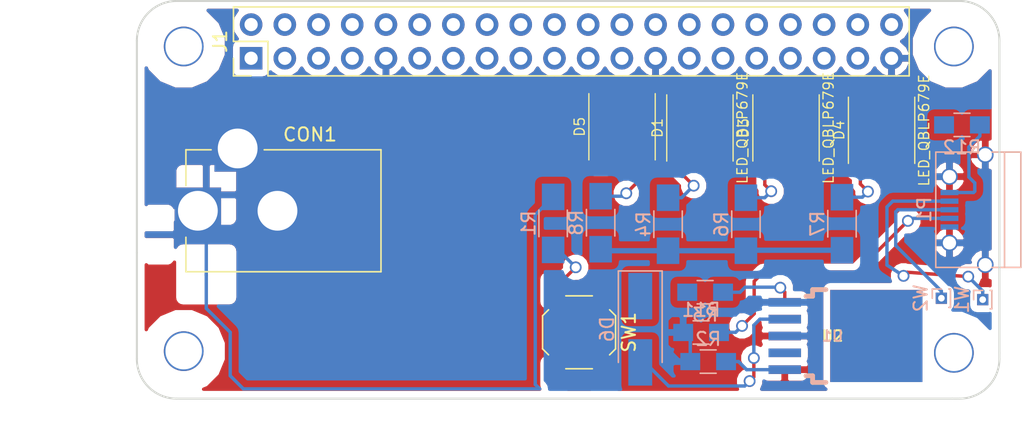
<source format=kicad_pcb>
(kicad_pcb (version 4) (host pcbnew 4.0.7)

  (general
    (links 64)
    (no_connects 17)
    (area 99.187 79.190999 178.224 111.213901)
    (thickness 1.6)
    (drawings 12)
    (tracks 120)
    (zones 0)
    (modules 26)
    (nets 49)
  )

  (page A3)
  (layers
    (0 F.Cu signal)
    (31 B.Cu signal)
    (32 B.Adhes user)
    (33 F.Adhes user)
    (34 B.Paste user)
    (35 F.Paste user)
    (36 B.SilkS user)
    (37 F.SilkS user)
    (38 B.Mask user)
    (39 F.Mask user)
    (40 Dwgs.User user)
    (41 Cmts.User user)
    (42 Eco1.User user)
    (43 Eco2.User user)
    (44 Edge.Cuts user)
  )

  (setup
    (last_trace_width 0.254)
    (user_trace_width 0.6)
    (trace_clearance 0.254)
    (zone_clearance 0.508)
    (zone_45_only yes)
    (trace_min 0.254)
    (segment_width 0.2)
    (edge_width 0.15)
    (via_size 0.889)
    (via_drill 0.635)
    (via_min_size 0.889)
    (via_min_drill 0.508)
    (uvia_size 0.508)
    (uvia_drill 0.127)
    (uvias_allowed no)
    (uvia_min_size 0.508)
    (uvia_min_drill 0.127)
    (pcb_text_width 0.3)
    (pcb_text_size 1 1)
    (mod_edge_width 0.15)
    (mod_text_size 1 1)
    (mod_text_width 0.15)
    (pad_size 1.7 1.7)
    (pad_drill 1)
    (pad_to_mask_clearance 0)
    (aux_axis_origin 117.8687 84.2645)
    (visible_elements 7FFFFFFF)
    (pcbplotparams
      (layerselection 0x010fc_80000001)
      (usegerberextensions true)
      (excludeedgelayer true)
      (linewidth 0.150000)
      (plotframeref false)
      (viasonmask false)
      (mode 1)
      (useauxorigin false)
      (hpglpennumber 1)
      (hpglpenspeed 20)
      (hpglpendiameter 15)
      (hpglpenoverlay 2)
      (psnegative false)
      (psa4output false)
      (plotreference false)
      (plotvalue true)
      (plotinvisibletext false)
      (padsonsilk false)
      (subtractmaskfromsilk false)
      (outputformat 1)
      (mirror false)
      (drillshape 0)
      (scaleselection 1)
      (outputdirectory ./))
  )

  (net 0 "")
  (net 1 GND)
  (net 2 "Net-(P1-Pad4)")
  (net 3 "Net-(P1-Pad3)")
  (net 4 +BATT)
  (net 5 "Net-(D1-Pad4)")
  (net 6 "Net-(D3-Pad4)")
  (net 7 "Net-(D4-Pad4)")
  (net 8 "Net-(D5-Pad4)")
  (net 9 "Net-(D6-Pad2)")
  (net 10 /raspberrypi-gpio-40pin/P5V_HAT)
  (net 11 "Net-(P1-Pad1)")
  (net 12 "Net-(P1-Pad2)")
  (net 13 "Net-(R1-Pad2)")
  (net 14 /Power/LEDEnable)
  (net 15 /Leds/+6V)
  (net 16 "Net-(R2-Pad1)")
  (net 17 /Power/+5V)
  (net 18 /raspberrypi-gpio-40pin/P3V3_HAT)
  (net 19 "Net-(J1-Pad3)")
  (net 20 "Net-(J1-Pad5)")
  (net 21 "Net-(J1-Pad7)")
  (net 22 "Net-(J1-Pad8)")
  (net 23 "Net-(J1-Pad10)")
  (net 24 "Net-(J1-Pad12)")
  (net 25 /Power/PiDisable)
  (net 26 "Net-(J1-Pad15)")
  (net 27 "Net-(J1-Pad16)")
  (net 28 "Net-(J1-Pad17)")
  (net 29 "Net-(J1-Pad18)")
  (net 30 "Net-(J1-Pad19)")
  (net 31 "Net-(J1-Pad21)")
  (net 32 "Net-(J1-Pad22)")
  (net 33 "Net-(J1-Pad23)")
  (net 34 "Net-(J1-Pad24)")
  (net 35 "Net-(J1-Pad26)")
  (net 36 /raspberrypi-gpio-40pin/SDA)
  (net 37 /raspberrypi-gpio-40pin/SCL)
  (net 38 "Net-(J1-Pad29)")
  (net 39 "Net-(J1-Pad31)")
  (net 40 "Net-(J1-Pad32)")
  (net 41 "Net-(J1-Pad33)")
  (net 42 "Net-(J1-Pad35)")
  (net 43 "Net-(J1-Pad36)")
  (net 44 "Net-(J1-Pad37)")
  (net 45 "Net-(J1-Pad38)")
  (net 46 "Net-(J1-Pad40)")
  (net 47 +5V)
  (net 48 /Power/+6V)

  (net_class Default "This is the default net class."
    (clearance 0.254)
    (trace_width 0.254)
    (via_dia 0.889)
    (via_drill 0.635)
    (uvia_dia 0.508)
    (uvia_drill 0.127)
    (add_net +5V)
    (add_net +BATT)
    (add_net /Power/+5V)
    (add_net /Power/+6V)
    (add_net /Power/LEDEnable)
    (add_net /Power/PiDisable)
    (add_net /raspberrypi-gpio-40pin/P3V3_HAT)
    (add_net /raspberrypi-gpio-40pin/P5V_HAT)
    (add_net /raspberrypi-gpio-40pin/SCL)
    (add_net /raspberrypi-gpio-40pin/SDA)
    (add_net "Net-(D1-Pad4)")
    (add_net "Net-(D3-Pad4)")
    (add_net "Net-(D4-Pad4)")
    (add_net "Net-(D5-Pad4)")
    (add_net "Net-(D6-Pad2)")
    (add_net "Net-(J1-Pad10)")
    (add_net "Net-(J1-Pad12)")
    (add_net "Net-(J1-Pad15)")
    (add_net "Net-(J1-Pad16)")
    (add_net "Net-(J1-Pad17)")
    (add_net "Net-(J1-Pad18)")
    (add_net "Net-(J1-Pad19)")
    (add_net "Net-(J1-Pad21)")
    (add_net "Net-(J1-Pad22)")
    (add_net "Net-(J1-Pad23)")
    (add_net "Net-(J1-Pad24)")
    (add_net "Net-(J1-Pad26)")
    (add_net "Net-(J1-Pad29)")
    (add_net "Net-(J1-Pad3)")
    (add_net "Net-(J1-Pad31)")
    (add_net "Net-(J1-Pad32)")
    (add_net "Net-(J1-Pad33)")
    (add_net "Net-(J1-Pad35)")
    (add_net "Net-(J1-Pad36)")
    (add_net "Net-(J1-Pad37)")
    (add_net "Net-(J1-Pad38)")
    (add_net "Net-(J1-Pad40)")
    (add_net "Net-(J1-Pad5)")
    (add_net "Net-(J1-Pad7)")
    (add_net "Net-(J1-Pad8)")
    (add_net "Net-(P1-Pad1)")
    (add_net "Net-(P1-Pad2)")
    (add_net "Net-(P1-Pad3)")
    (add_net "Net-(P1-Pad4)")
    (add_net "Net-(R1-Pad2)")
    (add_net "Net-(R2-Pad1)")
  )

  (net_class 6v ""
    (clearance 0.254)
    (trace_width 0.4)
    (via_dia 0.889)
    (via_drill 0.635)
    (uvia_dia 0.508)
    (uvia_drill 0.127)
    (add_net /Leds/+6V)
  )

  (net_class GND ""
    (clearance 0.254)
    (trace_width 0.254)
    (via_dia 0.889)
    (via_drill 0.635)
    (uvia_dia 0.508)
    (uvia_drill 0.127)
    (add_net GND)
  )

  (module Connectors:BARREL_JACK (layer F.Cu) (tedit 5A6A7299) (tstamp 5A62791F)
    (at 114.0968 95.3262 180)
    (descr "DC Barrel Jack")
    (tags "Power Jack")
    (path /5A21580E/5A269E3E)
    (fp_text reference CON1 (at -8.45 5.75 360) (layer F.SilkS)
      (effects (font (size 1 1) (thickness 0.15)))
    )
    (fp_text value BARREL_JACK (at -6.2 -5.5 180) (layer F.Fab) hide
      (effects (font (size 1 1) (thickness 0.15)))
    )
    (fp_line (start 1 -4.5) (end 1 -4.75) (layer F.CrtYd) (width 0.05))
    (fp_line (start 1 -4.75) (end -14 -4.75) (layer F.CrtYd) (width 0.05))
    (fp_line (start 1 -4.5) (end 1 -2) (layer F.CrtYd) (width 0.05))
    (fp_line (start 1 -2) (end 2 -2) (layer F.CrtYd) (width 0.05))
    (fp_line (start 2 -2) (end 2 2) (layer F.CrtYd) (width 0.05))
    (fp_line (start 2 2) (end 1 2) (layer F.CrtYd) (width 0.05))
    (fp_line (start 1 2) (end 1 4.75) (layer F.CrtYd) (width 0.05))
    (fp_line (start 1 4.75) (end -1 4.75) (layer F.CrtYd) (width 0.05))
    (fp_line (start -1 4.75) (end -1 6.75) (layer F.CrtYd) (width 0.05))
    (fp_line (start -1 6.75) (end -5 6.75) (layer F.CrtYd) (width 0.05))
    (fp_line (start -5 6.75) (end -5 4.75) (layer F.CrtYd) (width 0.05))
    (fp_line (start -5 4.75) (end -14 4.75) (layer F.CrtYd) (width 0.05))
    (fp_line (start -14 4.75) (end -14 -4.75) (layer F.CrtYd) (width 0.05))
    (fp_line (start -5 4.6) (end -13.8 4.6) (layer F.SilkS) (width 0.12))
    (fp_line (start -13.8 4.6) (end -13.8 -4.6) (layer F.SilkS) (width 0.12))
    (fp_line (start 0.9 1.9) (end 0.9 4.6) (layer F.SilkS) (width 0.12))
    (fp_line (start 0.9 4.6) (end -1 4.6) (layer F.SilkS) (width 0.12))
    (fp_line (start -13.8 -4.6) (end 0.9 -4.6) (layer F.SilkS) (width 0.12))
    (fp_line (start 0.9 -4.6) (end 0.9 -2) (layer F.SilkS) (width 0.12))
    (fp_line (start -10.2 -4.5) (end -10.2 4.5) (layer F.Fab) (width 0.1))
    (fp_line (start -13.7 -4.5) (end -13.7 4.5) (layer F.Fab) (width 0.1))
    (fp_line (start -13.7 4.5) (end 0.8 4.5) (layer F.Fab) (width 0.1))
    (fp_line (start 0.8 4.5) (end 0.8 -4.5) (layer F.Fab) (width 0.1))
    (fp_line (start 0.8 -4.5) (end -13.7 -4.5) (layer F.Fab) (width 0.1))
    (pad 1 thru_hole rect (at 0 0 180) (size 3.5 3.5) (drill 3) (layers *.Cu *.Mask)
      (net 4 +BATT))
    (pad 2 thru_hole rect (at -6 0 180) (size 3.5 3.5) (drill 3) (layers *.Cu *.Mask)
      (net 1 GND))
    (pad 3 thru_hole rect (at -3 4.7 180) (size 3.5 3.5) (drill 3) (layers *.Cu *.Mask)
      (net 1 GND))
  )

  (module lib_fp:5050 (layer F.Cu) (tedit 5A6A6A39) (tstamp 5A62792B)
    (at 151.9301 89.0778 270)
    (path /5A21582D/5A215909)
    (fp_text reference D1 (at 0 3.2 270) (layer F.SilkS)
      (effects (font (size 0.762 0.762) (thickness 0.1016)))
    )
    (fp_text value LED_QBLP679E (at 0 -3.2 270) (layer F.SilkS)
      (effects (font (size 0.762 0.762) (thickness 0.1016)))
    )
    (fp_line (start -2.5 2.5) (end 2.5 2.5) (layer F.SilkS) (width 0.09906))
    (fp_line (start -2.5 -2.5) (end 2.5 -2.5) (layer F.SilkS) (width 0.09906))
    (pad 1 smd rect (at -2.45 -1.6 270) (size 1.5 1) (layers F.Cu F.Paste F.Mask)
      (net 1 GND))
    (pad 2 smd rect (at -2.45 0 270) (size 1.5 1) (layers F.Cu F.Paste F.Mask)
      (net 1 GND))
    (pad 3 smd rect (at -2.45 1.6 270) (size 1.5 1) (layers F.Cu F.Paste F.Mask)
      (net 1 GND))
    (pad 4 smd rect (at 2.45 1.6 270) (size 1.5 1) (layers F.Cu F.Paste F.Mask)
      (net 5 "Net-(D1-Pad4)"))
    (pad 5 smd rect (at 2.45 0 270) (size 1.5 1) (layers F.Cu F.Paste F.Mask)
      (net 5 "Net-(D1-Pad4)"))
    (pad 6 smd rect (at 2.45 -1.6 270) (size 1.5 1) (layers F.Cu F.Paste F.Mask)
      (net 5 "Net-(D1-Pad4)"))
  )

  (module lib_fp:5050 (layer F.Cu) (tedit 5A6A6A54) (tstamp 5A627943)
    (at 158.4198 89.0778 270)
    (path /5A21582D/5A259049)
    (fp_text reference D3 (at 0 3.2 270) (layer F.SilkS)
      (effects (font (size 0.762 0.762) (thickness 0.1016)))
    )
    (fp_text value LED_QBLP679E (at 0 -3.2 270) (layer F.SilkS)
      (effects (font (size 0.762 0.762) (thickness 0.1016)))
    )
    (fp_line (start -2.5 2.5) (end 2.5 2.5) (layer F.SilkS) (width 0.09906))
    (fp_line (start -2.5 -2.5) (end 2.5 -2.5) (layer F.SilkS) (width 0.09906))
    (pad 1 smd rect (at -2.45 -1.6 270) (size 1.5 1) (layers F.Cu F.Paste F.Mask)
      (net 1 GND))
    (pad 2 smd rect (at -2.45 0 270) (size 1.5 1) (layers F.Cu F.Paste F.Mask)
      (net 1 GND))
    (pad 3 smd rect (at -2.45 1.6 270) (size 1.5 1) (layers F.Cu F.Paste F.Mask)
      (net 1 GND))
    (pad 4 smd rect (at 2.45 1.6 270) (size 1.5 1) (layers F.Cu F.Paste F.Mask)
      (net 6 "Net-(D3-Pad4)"))
    (pad 5 smd rect (at 2.45 0 270) (size 1.5 1) (layers F.Cu F.Paste F.Mask)
      (net 6 "Net-(D3-Pad4)"))
    (pad 6 smd rect (at 2.45 -1.6 270) (size 1.5 1) (layers F.Cu F.Paste F.Mask)
      (net 6 "Net-(D3-Pad4)"))
  )

  (module lib_fp:5050 (layer F.Cu) (tedit 5A6A6A46) (tstamp 5A62794F)
    (at 165.6207 89.2556 270)
    (path /5A21582D/5A259067)
    (fp_text reference D4 (at 0 3.2 270) (layer F.SilkS)
      (effects (font (size 0.762 0.762) (thickness 0.1016)))
    )
    (fp_text value LED_QBLP679E (at 0 -3.2 270) (layer F.SilkS)
      (effects (font (size 0.762 0.762) (thickness 0.1016)))
    )
    (fp_line (start -2.5 2.5) (end 2.5 2.5) (layer F.SilkS) (width 0.09906))
    (fp_line (start -2.5 -2.5) (end 2.5 -2.5) (layer F.SilkS) (width 0.09906))
    (pad 1 smd rect (at -2.45 -1.6 270) (size 1.5 1) (layers F.Cu F.Paste F.Mask)
      (net 1 GND))
    (pad 2 smd rect (at -2.45 0 270) (size 1.5 1) (layers F.Cu F.Paste F.Mask)
      (net 1 GND))
    (pad 3 smd rect (at -2.45 1.6 270) (size 1.5 1) (layers F.Cu F.Paste F.Mask)
      (net 1 GND))
    (pad 4 smd rect (at 2.45 1.6 270) (size 1.5 1) (layers F.Cu F.Paste F.Mask)
      (net 7 "Net-(D4-Pad4)"))
    (pad 5 smd rect (at 2.45 0 270) (size 1.5 1) (layers F.Cu F.Paste F.Mask)
      (net 7 "Net-(D4-Pad4)"))
    (pad 6 smd rect (at 2.45 -1.6 270) (size 1.5 1) (layers F.Cu F.Paste F.Mask)
      (net 7 "Net-(D4-Pad4)"))
  )

  (module lib_fp:5050 (layer F.Cu) (tedit 5A6A9423) (tstamp 5A62795B)
    (at 146.0627 88.9889 270)
    (path /5A21582D/5A259105)
    (fp_text reference D5 (at 0 3.2 270) (layer F.SilkS)
      (effects (font (size 0.762 0.762) (thickness 0.1016)))
    )
    (fp_text value LED_QBLP679E (at 0 -3.2 270) (layer F.SilkS) hide
      (effects (font (size 0.762 0.762) (thickness 0.1016)))
    )
    (fp_line (start -2.5 2.5) (end 2.5 2.5) (layer F.SilkS) (width 0.09906))
    (fp_line (start -2.5 -2.5) (end 2.5 -2.5) (layer F.SilkS) (width 0.09906))
    (pad 1 smd rect (at -2.45 -1.6 270) (size 1.5 1) (layers F.Cu F.Paste F.Mask)
      (net 1 GND))
    (pad 2 smd rect (at -2.45 0 270) (size 1.5 1) (layers F.Cu F.Paste F.Mask)
      (net 1 GND))
    (pad 3 smd rect (at -2.45 1.6 270) (size 1.5 1) (layers F.Cu F.Paste F.Mask)
      (net 1 GND))
    (pad 4 smd rect (at 2.45 1.6 270) (size 1.5 1) (layers F.Cu F.Paste F.Mask)
      (net 8 "Net-(D5-Pad4)"))
    (pad 5 smd rect (at 2.45 0 270) (size 1.5 1) (layers F.Cu F.Paste F.Mask)
      (net 8 "Net-(D5-Pad4)"))
    (pad 6 smd rect (at 2.45 -1.6 270) (size 1.5 1) (layers F.Cu F.Paste F.Mask)
      (net 8 "Net-(D5-Pad4)"))
  )

  (module Diodes_SMD:D_SMA_Handsoldering (layer B.Cu) (tedit 58643398) (tstamp 5A627973)
    (at 147.4343 104.267 270)
    (descr "Diode SMA (DO-214AC) Handsoldering")
    (tags "Diode SMA (DO-214AC) Handsoldering")
    (path /5A21580E/5A293905)
    (attr smd)
    (fp_text reference D6 (at 0 2.5 270) (layer B.SilkS)
      (effects (font (size 1 1) (thickness 0.15)) (justify mirror))
    )
    (fp_text value D_Schottky (at 0 -2.6 270) (layer B.Fab)
      (effects (font (size 1 1) (thickness 0.15)) (justify mirror))
    )
    (fp_text user %R (at 0 2.5 270) (layer B.Fab)
      (effects (font (size 1 1) (thickness 0.15)) (justify mirror))
    )
    (fp_line (start -4.4 1.65) (end -4.4 -1.65) (layer B.SilkS) (width 0.12))
    (fp_line (start 2.3 -1.5) (end -2.3 -1.5) (layer B.Fab) (width 0.1))
    (fp_line (start -2.3 -1.5) (end -2.3 1.5) (layer B.Fab) (width 0.1))
    (fp_line (start 2.3 1.5) (end 2.3 -1.5) (layer B.Fab) (width 0.1))
    (fp_line (start 2.3 1.5) (end -2.3 1.5) (layer B.Fab) (width 0.1))
    (fp_line (start -4.5 1.75) (end 4.5 1.75) (layer B.CrtYd) (width 0.05))
    (fp_line (start 4.5 1.75) (end 4.5 -1.75) (layer B.CrtYd) (width 0.05))
    (fp_line (start 4.5 -1.75) (end -4.5 -1.75) (layer B.CrtYd) (width 0.05))
    (fp_line (start -4.5 -1.75) (end -4.5 1.75) (layer B.CrtYd) (width 0.05))
    (fp_line (start -0.64944 -0.00102) (end -1.55114 -0.00102) (layer B.Fab) (width 0.1))
    (fp_line (start 0.50118 -0.00102) (end 1.4994 -0.00102) (layer B.Fab) (width 0.1))
    (fp_line (start -0.64944 0.79908) (end -0.64944 -0.80112) (layer B.Fab) (width 0.1))
    (fp_line (start 0.50118 -0.75032) (end 0.50118 0.79908) (layer B.Fab) (width 0.1))
    (fp_line (start -0.64944 -0.00102) (end 0.50118 -0.75032) (layer B.Fab) (width 0.1))
    (fp_line (start -0.64944 -0.00102) (end 0.50118 0.79908) (layer B.Fab) (width 0.1))
    (fp_line (start -4.4 -1.65) (end 2.5 -1.65) (layer B.SilkS) (width 0.12))
    (fp_line (start -4.4 1.65) (end 2.5 1.65) (layer B.SilkS) (width 0.12))
    (pad 1 smd rect (at -2.5 0 270) (size 3.5 1.8) (layers B.Cu B.Paste B.Mask)
      (net 17 /Power/+5V))
    (pad 2 smd rect (at 2.5 0 270) (size 3.5 1.8) (layers B.Cu B.Paste B.Mask)
      (net 9 "Net-(D6-Pad2)"))
    (model ${KISYS3DMOD}/Diodes_SMD.3dshapes/D_SMA.wrl
      (at (xyz 0 0 0))
      (scale (xyz 1 1 1))
      (rotate (xyz 0 0 0))
    )
  )

  (module lib_fp:USB_Micro-B (layer B.Cu) (tedit 5A6A7193) (tstamp 5A6279B7)
    (at 172.085 95.25 270)
    (descr "Micro USB Type B Receptacle")
    (tags "USB USB_B USB_micro USB_OTG")
    (path /5A26AECC/5A26AF59)
    (attr smd)
    (fp_text reference P1 (at 0 3.24 270) (layer B.SilkS)
      (effects (font (size 1 1) (thickness 0.15)) (justify mirror))
    )
    (fp_text value USB_OTG (at 0 -5.01 270) (layer B.Fab)
      (effects (font (size 1 1) (thickness 0.15)) (justify mirror))
    )
    (fp_line (start -4.6 2.59) (end 4.6 2.59) (layer B.CrtYd) (width 0.05))
    (fp_line (start 4.6 2.59) (end 4.6 -4.26) (layer B.CrtYd) (width 0.05))
    (fp_line (start 4.6 -4.26) (end -4.6 -4.26) (layer B.CrtYd) (width 0.05))
    (fp_line (start -4.6 -4.26) (end -4.6 2.59) (layer B.CrtYd) (width 0.05))
    (fp_line (start -4.35 -4.03) (end 4.35 -4.03) (layer B.SilkS) (width 0.12))
    (fp_line (start -4.35 2.38) (end 4.35 2.38) (layer B.SilkS) (width 0.12))
    (fp_line (start 4.35 2.38) (end 4.35 -4.03) (layer B.SilkS) (width 0.12))
    (fp_line (start 4.35 -2.8) (end -4.35 -2.8) (layer B.SilkS) (width 0.12))
    (fp_line (start -4.35 -4.03) (end -4.35 2.38) (layer B.SilkS) (width 0.12))
    (pad 1 smd rect (at -1.3 1.35 180) (size 1.35 0.4) (layers B.Cu B.Paste B.Mask)
      (net 11 "Net-(P1-Pad1)"))
    (pad 2 smd rect (at -0.65 1.35 180) (size 1.35 0.4) (layers B.Cu B.Paste B.Mask)
      (net 12 "Net-(P1-Pad2)"))
    (pad 3 smd rect (at 0 1.35 180) (size 1.35 0.4) (layers B.Cu B.Paste B.Mask)
      (net 3 "Net-(P1-Pad3)"))
    (pad 4 smd rect (at 0.65 1.35 180) (size 1.35 0.4) (layers B.Cu B.Paste B.Mask)
      (net 2 "Net-(P1-Pad4)"))
    (pad 5 smd rect (at 1.3 1.35 180) (size 1.35 0.4) (layers B.Cu B.Paste B.Mask)
      (net 1 GND))
    (pad 6 thru_hole oval (at -2.5 1.35 180) (size 1.25 1.25) (drill 1) (layers *.Cu *.Mask)
      (net 1 GND))
    (pad 6 thru_hole oval (at 2.5 1.35 180) (size 1.25 1.25) (drill 1) (layers *.Cu *.Mask)
      (net 1 GND))
    (pad 6 thru_hole oval (at -4.15 -1.35 180) (size 1.25 1.25) (drill oval 1) (layers *.Cu *.Mask)
      (net 1 GND))
    (pad 6 thru_hole oval (at 4.15 -1.35 180) (size 1.25 1.25) (drill 1) (layers *.Cu *.Mask)
      (net 1 GND))
  )

  (module Resistors_SMD:R_1206_HandSoldering (layer B.Cu) (tedit 58E0A804) (tstamp 5A6279C8)
    (at 140.8684 96.2787 270)
    (descr "Resistor SMD 1206, hand soldering")
    (tags "resistor 1206")
    (path /5A21580E/5A257E80)
    (attr smd)
    (fp_text reference R1 (at 0 1.85 270) (layer B.SilkS)
      (effects (font (size 1 1) (thickness 0.15)) (justify mirror))
    )
    (fp_text value 150 (at 0 -1.9 270) (layer B.Fab)
      (effects (font (size 1 1) (thickness 0.15)) (justify mirror))
    )
    (fp_text user %R (at 0 0 270) (layer B.Fab)
      (effects (font (size 0.7 0.7) (thickness 0.105)) (justify mirror))
    )
    (fp_line (start -1.6 -0.8) (end -1.6 0.8) (layer B.Fab) (width 0.1))
    (fp_line (start 1.6 -0.8) (end -1.6 -0.8) (layer B.Fab) (width 0.1))
    (fp_line (start 1.6 0.8) (end 1.6 -0.8) (layer B.Fab) (width 0.1))
    (fp_line (start -1.6 0.8) (end 1.6 0.8) (layer B.Fab) (width 0.1))
    (fp_line (start 1 -1.07) (end -1 -1.07) (layer B.SilkS) (width 0.12))
    (fp_line (start -1 1.07) (end 1 1.07) (layer B.SilkS) (width 0.12))
    (fp_line (start -3.25 1.11) (end 3.25 1.11) (layer B.CrtYd) (width 0.05))
    (fp_line (start -3.25 1.11) (end -3.25 -1.1) (layer B.CrtYd) (width 0.05))
    (fp_line (start 3.25 -1.1) (end 3.25 1.11) (layer B.CrtYd) (width 0.05))
    (fp_line (start 3.25 -1.1) (end -3.25 -1.1) (layer B.CrtYd) (width 0.05))
    (pad 1 smd rect (at -2 0 270) (size 2 1.7) (layers B.Cu B.Paste B.Mask)
      (net 4 +BATT))
    (pad 2 smd rect (at 2 0 270) (size 2 1.7) (layers B.Cu B.Paste B.Mask)
      (net 13 "Net-(R1-Pad2)"))
    (model ${KISYS3DMOD}/Resistors_SMD.3dshapes/R_1206.wrl
      (at (xyz 0 0 0))
      (scale (xyz 1 1 1))
      (rotate (xyz 0 0 0))
    )
  )

  (module Resistors_SMD:R_0805_HandSoldering (layer B.Cu) (tedit 58E0A804) (tstamp 5A6279D9)
    (at 152.5524 106.7054 180)
    (descr "Resistor SMD 0805, hand soldering")
    (tags "resistor 0805")
    (path /5A21580E/5A257FAE)
    (attr smd)
    (fp_text reference R2 (at 0 1.7 180) (layer B.SilkS)
      (effects (font (size 1 1) (thickness 0.15)) (justify mirror))
    )
    (fp_text value 10k (at 0 -1.75 180) (layer B.Fab)
      (effects (font (size 1 1) (thickness 0.15)) (justify mirror))
    )
    (fp_text user %R (at 0 0 180) (layer B.Fab)
      (effects (font (size 0.5 0.5) (thickness 0.075)) (justify mirror))
    )
    (fp_line (start -1 -0.62) (end -1 0.62) (layer B.Fab) (width 0.1))
    (fp_line (start 1 -0.62) (end -1 -0.62) (layer B.Fab) (width 0.1))
    (fp_line (start 1 0.62) (end 1 -0.62) (layer B.Fab) (width 0.1))
    (fp_line (start -1 0.62) (end 1 0.62) (layer B.Fab) (width 0.1))
    (fp_line (start 0.6 -0.88) (end -0.6 -0.88) (layer B.SilkS) (width 0.12))
    (fp_line (start -0.6 0.88) (end 0.6 0.88) (layer B.SilkS) (width 0.12))
    (fp_line (start -2.35 0.9) (end 2.35 0.9) (layer B.CrtYd) (width 0.05))
    (fp_line (start -2.35 0.9) (end -2.35 -0.9) (layer B.CrtYd) (width 0.05))
    (fp_line (start 2.35 -0.9) (end 2.35 0.9) (layer B.CrtYd) (width 0.05))
    (fp_line (start 2.35 -0.9) (end -2.35 -0.9) (layer B.CrtYd) (width 0.05))
    (pad 1 smd rect (at -1.35 0 180) (size 1.5 1.3) (layers B.Cu B.Paste B.Mask)
      (net 16 "Net-(R2-Pad1)"))
    (pad 2 smd rect (at 1.35 0 180) (size 1.5 1.3) (layers B.Cu B.Paste B.Mask)
      (net 1 GND))
    (model ${KISYS3DMOD}/Resistors_SMD.3dshapes/R_0805.wrl
      (at (xyz 0 0 0))
      (scale (xyz 1 1 1))
      (rotate (xyz 0 0 0))
    )
  )

  (module Resistors_SMD:R_0805_HandSoldering (layer B.Cu) (tedit 58E0A804) (tstamp 5A6279EA)
    (at 152.3238 101.473)
    (descr "Resistor SMD 0805, hand soldering")
    (tags "resistor 0805")
    (path /5A21580E/5A257C7E)
    (attr smd)
    (fp_text reference R3 (at 0 1.7) (layer B.SilkS)
      (effects (font (size 1 1) (thickness 0.15)) (justify mirror))
    )
    (fp_text value 10k (at 0 -1.75) (layer B.Fab)
      (effects (font (size 1 1) (thickness 0.15)) (justify mirror))
    )
    (fp_text user %R (at 0 0) (layer B.Fab)
      (effects (font (size 0.5 0.5) (thickness 0.075)) (justify mirror))
    )
    (fp_line (start -1 -0.62) (end -1 0.62) (layer B.Fab) (width 0.1))
    (fp_line (start 1 -0.62) (end -1 -0.62) (layer B.Fab) (width 0.1))
    (fp_line (start 1 0.62) (end 1 -0.62) (layer B.Fab) (width 0.1))
    (fp_line (start -1 0.62) (end 1 0.62) (layer B.Fab) (width 0.1))
    (fp_line (start 0.6 -0.88) (end -0.6 -0.88) (layer B.SilkS) (width 0.12))
    (fp_line (start -0.6 0.88) (end 0.6 0.88) (layer B.SilkS) (width 0.12))
    (fp_line (start -2.35 0.9) (end 2.35 0.9) (layer B.CrtYd) (width 0.05))
    (fp_line (start -2.35 0.9) (end -2.35 -0.9) (layer B.CrtYd) (width 0.05))
    (fp_line (start 2.35 -0.9) (end 2.35 0.9) (layer B.CrtYd) (width 0.05))
    (fp_line (start 2.35 -0.9) (end -2.35 -0.9) (layer B.CrtYd) (width 0.05))
    (pad 1 smd rect (at -1.35 0) (size 1.5 1.3) (layers B.Cu B.Paste B.Mask)
      (net 4 +BATT))
    (pad 2 smd rect (at 1.35 0) (size 1.5 1.3) (layers B.Cu B.Paste B.Mask)
      (net 14 /Power/LEDEnable))
    (model ${KISYS3DMOD}/Resistors_SMD.3dshapes/R_0805.wrl
      (at (xyz 0 0 0))
      (scale (xyz 1 1 1))
      (rotate (xyz 0 0 0))
    )
  )

  (module Resistors_SMD:R_1206_HandSoldering (layer B.Cu) (tedit 58E0A804) (tstamp 5A6279FB)
    (at 149.5298 96.3422 270)
    (descr "Resistor SMD 1206, hand soldering")
    (tags "resistor 1206")
    (path /5A21582D/5A21590C)
    (attr smd)
    (fp_text reference R4 (at 0 1.85 270) (layer B.SilkS)
      (effects (font (size 1 1) (thickness 0.15)) (justify mirror))
    )
    (fp_text value 150 (at 0 -1.9 270) (layer B.Fab)
      (effects (font (size 1 1) (thickness 0.15)) (justify mirror))
    )
    (fp_text user %R (at 0 0 270) (layer B.Fab)
      (effects (font (size 0.7 0.7) (thickness 0.105)) (justify mirror))
    )
    (fp_line (start -1.6 -0.8) (end -1.6 0.8) (layer B.Fab) (width 0.1))
    (fp_line (start 1.6 -0.8) (end -1.6 -0.8) (layer B.Fab) (width 0.1))
    (fp_line (start 1.6 0.8) (end 1.6 -0.8) (layer B.Fab) (width 0.1))
    (fp_line (start -1.6 0.8) (end 1.6 0.8) (layer B.Fab) (width 0.1))
    (fp_line (start 1 -1.07) (end -1 -1.07) (layer B.SilkS) (width 0.12))
    (fp_line (start -1 1.07) (end 1 1.07) (layer B.SilkS) (width 0.12))
    (fp_line (start -3.25 1.11) (end 3.25 1.11) (layer B.CrtYd) (width 0.05))
    (fp_line (start -3.25 1.11) (end -3.25 -1.1) (layer B.CrtYd) (width 0.05))
    (fp_line (start 3.25 -1.1) (end 3.25 1.11) (layer B.CrtYd) (width 0.05))
    (fp_line (start 3.25 -1.1) (end -3.25 -1.1) (layer B.CrtYd) (width 0.05))
    (pad 1 smd rect (at -2 0 270) (size 2 1.7) (layers B.Cu B.Paste B.Mask)
      (net 5 "Net-(D1-Pad4)"))
    (pad 2 smd rect (at 2 0 270) (size 2 1.7) (layers B.Cu B.Paste B.Mask)
      (net 15 /Leds/+6V))
    (model ${KISYS3DMOD}/Resistors_SMD.3dshapes/R_1206.wrl
      (at (xyz 0 0 0))
      (scale (xyz 1 1 1))
      (rotate (xyz 0 0 0))
    )
  )

  (module Resistors_SMD:R_1206_HandSoldering (layer B.Cu) (tedit 58E0A804) (tstamp 5A627A1D)
    (at 155.3972 96.3422 270)
    (descr "Resistor SMD 1206, hand soldering")
    (tags "resistor 1206")
    (path /5A21582D/5A259051)
    (attr smd)
    (fp_text reference R6 (at 0 1.85 270) (layer B.SilkS)
      (effects (font (size 1 1) (thickness 0.15)) (justify mirror))
    )
    (fp_text value 150 (at 0 -1.9 270) (layer B.Fab)
      (effects (font (size 1 1) (thickness 0.15)) (justify mirror))
    )
    (fp_text user %R (at 0 0 270) (layer B.Fab)
      (effects (font (size 0.7 0.7) (thickness 0.105)) (justify mirror))
    )
    (fp_line (start -1.6 -0.8) (end -1.6 0.8) (layer B.Fab) (width 0.1))
    (fp_line (start 1.6 -0.8) (end -1.6 -0.8) (layer B.Fab) (width 0.1))
    (fp_line (start 1.6 0.8) (end 1.6 -0.8) (layer B.Fab) (width 0.1))
    (fp_line (start -1.6 0.8) (end 1.6 0.8) (layer B.Fab) (width 0.1))
    (fp_line (start 1 -1.07) (end -1 -1.07) (layer B.SilkS) (width 0.12))
    (fp_line (start -1 1.07) (end 1 1.07) (layer B.SilkS) (width 0.12))
    (fp_line (start -3.25 1.11) (end 3.25 1.11) (layer B.CrtYd) (width 0.05))
    (fp_line (start -3.25 1.11) (end -3.25 -1.1) (layer B.CrtYd) (width 0.05))
    (fp_line (start 3.25 -1.1) (end 3.25 1.11) (layer B.CrtYd) (width 0.05))
    (fp_line (start 3.25 -1.1) (end -3.25 -1.1) (layer B.CrtYd) (width 0.05))
    (pad 1 smd rect (at -2 0 270) (size 2 1.7) (layers B.Cu B.Paste B.Mask)
      (net 6 "Net-(D3-Pad4)"))
    (pad 2 smd rect (at 2 0 270) (size 2 1.7) (layers B.Cu B.Paste B.Mask)
      (net 15 /Leds/+6V))
    (model ${KISYS3DMOD}/Resistors_SMD.3dshapes/R_1206.wrl
      (at (xyz 0 0 0))
      (scale (xyz 1 1 1))
      (rotate (xyz 0 0 0))
    )
  )

  (module Resistors_SMD:R_1206_HandSoldering (layer B.Cu) (tedit 58E0A804) (tstamp 5A627A2E)
    (at 162.6362 96.3041 270)
    (descr "Resistor SMD 1206, hand soldering")
    (tags "resistor 1206")
    (path /5A21582D/5A25906F)
    (attr smd)
    (fp_text reference R7 (at 0 1.85 270) (layer B.SilkS)
      (effects (font (size 1 1) (thickness 0.15)) (justify mirror))
    )
    (fp_text value 150 (at 0 -1.9 270) (layer B.Fab)
      (effects (font (size 1 1) (thickness 0.15)) (justify mirror))
    )
    (fp_text user %R (at 0 0 270) (layer B.Fab)
      (effects (font (size 0.7 0.7) (thickness 0.105)) (justify mirror))
    )
    (fp_line (start -1.6 -0.8) (end -1.6 0.8) (layer B.Fab) (width 0.1))
    (fp_line (start 1.6 -0.8) (end -1.6 -0.8) (layer B.Fab) (width 0.1))
    (fp_line (start 1.6 0.8) (end 1.6 -0.8) (layer B.Fab) (width 0.1))
    (fp_line (start -1.6 0.8) (end 1.6 0.8) (layer B.Fab) (width 0.1))
    (fp_line (start 1 -1.07) (end -1 -1.07) (layer B.SilkS) (width 0.12))
    (fp_line (start -1 1.07) (end 1 1.07) (layer B.SilkS) (width 0.12))
    (fp_line (start -3.25 1.11) (end 3.25 1.11) (layer B.CrtYd) (width 0.05))
    (fp_line (start -3.25 1.11) (end -3.25 -1.1) (layer B.CrtYd) (width 0.05))
    (fp_line (start 3.25 -1.1) (end 3.25 1.11) (layer B.CrtYd) (width 0.05))
    (fp_line (start 3.25 -1.1) (end -3.25 -1.1) (layer B.CrtYd) (width 0.05))
    (pad 1 smd rect (at -2 0 270) (size 2 1.7) (layers B.Cu B.Paste B.Mask)
      (net 7 "Net-(D4-Pad4)"))
    (pad 2 smd rect (at 2 0 270) (size 2 1.7) (layers B.Cu B.Paste B.Mask)
      (net 15 /Leds/+6V))
    (model ${KISYS3DMOD}/Resistors_SMD.3dshapes/R_1206.wrl
      (at (xyz 0 0 0))
      (scale (xyz 1 1 1))
      (rotate (xyz 0 0 0))
    )
  )

  (module Resistors_SMD:R_1206_HandSoldering (layer B.Cu) (tedit 58E0A804) (tstamp 5A627A3F)
    (at 144.4498 96.2279 270)
    (descr "Resistor SMD 1206, hand soldering")
    (tags "resistor 1206")
    (path /5A21582D/5A25910D)
    (attr smd)
    (fp_text reference R8 (at 0 1.85 270) (layer B.SilkS)
      (effects (font (size 1 1) (thickness 0.15)) (justify mirror))
    )
    (fp_text value 150 (at 0 -1.9 270) (layer B.Fab)
      (effects (font (size 1 1) (thickness 0.15)) (justify mirror))
    )
    (fp_text user %R (at 0 0 270) (layer B.Fab)
      (effects (font (size 0.7 0.7) (thickness 0.105)) (justify mirror))
    )
    (fp_line (start -1.6 -0.8) (end -1.6 0.8) (layer B.Fab) (width 0.1))
    (fp_line (start 1.6 -0.8) (end -1.6 -0.8) (layer B.Fab) (width 0.1))
    (fp_line (start 1.6 0.8) (end 1.6 -0.8) (layer B.Fab) (width 0.1))
    (fp_line (start -1.6 0.8) (end 1.6 0.8) (layer B.Fab) (width 0.1))
    (fp_line (start 1 -1.07) (end -1 -1.07) (layer B.SilkS) (width 0.12))
    (fp_line (start -1 1.07) (end 1 1.07) (layer B.SilkS) (width 0.12))
    (fp_line (start -3.25 1.11) (end 3.25 1.11) (layer B.CrtYd) (width 0.05))
    (fp_line (start -3.25 1.11) (end -3.25 -1.1) (layer B.CrtYd) (width 0.05))
    (fp_line (start 3.25 -1.1) (end 3.25 1.11) (layer B.CrtYd) (width 0.05))
    (fp_line (start 3.25 -1.1) (end -3.25 -1.1) (layer B.CrtYd) (width 0.05))
    (pad 1 smd rect (at -2 0 270) (size 2 1.7) (layers B.Cu B.Paste B.Mask)
      (net 8 "Net-(D5-Pad4)"))
    (pad 2 smd rect (at 2 0 270) (size 2 1.7) (layers B.Cu B.Paste B.Mask)
      (net 15 /Leds/+6V))
    (model ${KISYS3DMOD}/Resistors_SMD.3dshapes/R_1206.wrl
      (at (xyz 0 0 0))
      (scale (xyz 1 1 1))
      (rotate (xyz 0 0 0))
    )
  )

  (module Resistors_SMD:R_0805_HandSoldering (layer B.Cu) (tedit 58E0A804) (tstamp 5A627A72)
    (at 152.019 104.5083 180)
    (descr "Resistor SMD 0805, hand soldering")
    (tags "resistor 0805")
    (path /5A26AECC/5A26AFF5)
    (attr smd)
    (fp_text reference R11 (at 0 1.7 180) (layer B.SilkS)
      (effects (font (size 1 1) (thickness 0.15)) (justify mirror))
    )
    (fp_text value DNP (at 0 -1.75 180) (layer B.Fab)
      (effects (font (size 1 1) (thickness 0.15)) (justify mirror))
    )
    (fp_text user %R (at 0 0 180) (layer B.Fab)
      (effects (font (size 0.5 0.5) (thickness 0.075)) (justify mirror))
    )
    (fp_line (start -1 -0.62) (end -1 0.62) (layer B.Fab) (width 0.1))
    (fp_line (start 1 -0.62) (end -1 -0.62) (layer B.Fab) (width 0.1))
    (fp_line (start 1 0.62) (end 1 -0.62) (layer B.Fab) (width 0.1))
    (fp_line (start -1 0.62) (end 1 0.62) (layer B.Fab) (width 0.1))
    (fp_line (start 0.6 -0.88) (end -0.6 -0.88) (layer B.SilkS) (width 0.12))
    (fp_line (start -0.6 0.88) (end 0.6 0.88) (layer B.SilkS) (width 0.12))
    (fp_line (start -2.35 0.9) (end 2.35 0.9) (layer B.CrtYd) (width 0.05))
    (fp_line (start -2.35 0.9) (end -2.35 -0.9) (layer B.CrtYd) (width 0.05))
    (fp_line (start 2.35 -0.9) (end 2.35 0.9) (layer B.CrtYd) (width 0.05))
    (fp_line (start 2.35 -0.9) (end -2.35 -0.9) (layer B.CrtYd) (width 0.05))
    (pad 1 smd rect (at -1.35 0 180) (size 1.5 1.3) (layers B.Cu B.Paste B.Mask)
      (net 2 "Net-(P1-Pad4)"))
    (pad 2 smd rect (at 1.35 0 180) (size 1.5 1.3) (layers B.Cu B.Paste B.Mask)
      (net 1 GND))
    (model ${KISYS3DMOD}/Resistors_SMD.3dshapes/R_0805.wrl
      (at (xyz 0 0 0))
      (scale (xyz 1 1 1))
      (rotate (xyz 0 0 0))
    )
  )

  (module Resistors_SMD:R_0805_HandSoldering (layer B.Cu) (tedit 58E0A804) (tstamp 5A627A83)
    (at 171.6786 88.8492)
    (descr "Resistor SMD 0805, hand soldering")
    (tags "resistor 0805")
    (path /5A26AECC/5A26BBC6)
    (attr smd)
    (fp_text reference R12 (at 0 1.7) (layer B.SilkS)
      (effects (font (size 1 1) (thickness 0.15)) (justify mirror))
    )
    (fp_text value DNP (at 0 -1.75) (layer B.Fab)
      (effects (font (size 1 1) (thickness 0.15)) (justify mirror))
    )
    (fp_text user %R (at 0 0) (layer B.Fab)
      (effects (font (size 0.5 0.5) (thickness 0.075)) (justify mirror))
    )
    (fp_line (start -1 -0.62) (end -1 0.62) (layer B.Fab) (width 0.1))
    (fp_line (start 1 -0.62) (end -1 -0.62) (layer B.Fab) (width 0.1))
    (fp_line (start 1 0.62) (end 1 -0.62) (layer B.Fab) (width 0.1))
    (fp_line (start -1 0.62) (end 1 0.62) (layer B.Fab) (width 0.1))
    (fp_line (start 0.6 -0.88) (end -0.6 -0.88) (layer B.SilkS) (width 0.12))
    (fp_line (start -0.6 0.88) (end 0.6 0.88) (layer B.SilkS) (width 0.12))
    (fp_line (start -2.35 0.9) (end 2.35 0.9) (layer B.CrtYd) (width 0.05))
    (fp_line (start -2.35 0.9) (end -2.35 -0.9) (layer B.CrtYd) (width 0.05))
    (fp_line (start 2.35 -0.9) (end 2.35 0.9) (layer B.CrtYd) (width 0.05))
    (fp_line (start 2.35 -0.9) (end -2.35 -0.9) (layer B.CrtYd) (width 0.05))
    (pad 1 smd rect (at -1.35 0) (size 1.5 1.3) (layers B.Cu B.Paste B.Mask)
      (net 47 +5V))
    (pad 2 smd rect (at 1.35 0) (size 1.5 1.3) (layers B.Cu B.Paste B.Mask)
      (net 11 "Net-(P1-Pad1)"))
    (model ${KISYS3DMOD}/Resistors_SMD.3dshapes/R_0805.wrl
      (at (xyz 0 0 0))
      (scale (xyz 1 1 1))
      (rotate (xyz 0 0 0))
    )
  )

  (module Buttons_Switches_SMD:SW_SPST_TL3342 (layer F.Cu) (tedit 58724C2D) (tstamp 5A627AB9)
    (at 142.8242 104.4956 270)
    (descr "Low-profile SMD Tactile Switch, https://www.e-switch.com/system/asset/product_line/data_sheet/165/TL3342.pdf")
    (tags "SPST Tactile Switch")
    (path /5A21580E/5A258078)
    (attr smd)
    (fp_text reference SW1 (at 0 -3.75 270) (layer F.SilkS)
      (effects (font (size 1 1) (thickness 0.15)))
    )
    (fp_text value SW_PUSH (at 0 3.75 270) (layer F.Fab)
      (effects (font (size 1 1) (thickness 0.15)))
    )
    (fp_text user %R (at 0 -3.75 270) (layer F.Fab)
      (effects (font (size 1 1) (thickness 0.15)))
    )
    (fp_line (start 3.2 2.1) (end 3.2 1.6) (layer F.Fab) (width 0.1))
    (fp_line (start 3.2 -2.1) (end 3.2 -1.6) (layer F.Fab) (width 0.1))
    (fp_line (start -3.2 2.1) (end -3.2 1.6) (layer F.Fab) (width 0.1))
    (fp_line (start -3.2 -2.1) (end -3.2 -1.6) (layer F.Fab) (width 0.1))
    (fp_line (start 2.7 -2.1) (end 2.7 -1.6) (layer F.Fab) (width 0.1))
    (fp_line (start 1.7 -2.1) (end 3.2 -2.1) (layer F.Fab) (width 0.1))
    (fp_line (start 3.2 -1.6) (end 2.2 -1.6) (layer F.Fab) (width 0.1))
    (fp_line (start -2.7 -2.1) (end -2.7 -1.6) (layer F.Fab) (width 0.1))
    (fp_line (start -1.7 -2.1) (end -3.2 -2.1) (layer F.Fab) (width 0.1))
    (fp_line (start -3.2 -1.6) (end -2.2 -1.6) (layer F.Fab) (width 0.1))
    (fp_line (start -2.7 2.1) (end -2.7 1.6) (layer F.Fab) (width 0.1))
    (fp_line (start -3.2 1.6) (end -2.2 1.6) (layer F.Fab) (width 0.1))
    (fp_line (start -1.7 2.1) (end -3.2 2.1) (layer F.Fab) (width 0.1))
    (fp_line (start 1.7 2.1) (end 3.2 2.1) (layer F.Fab) (width 0.1))
    (fp_line (start 2.7 2.1) (end 2.7 1.6) (layer F.Fab) (width 0.1))
    (fp_line (start 3.2 1.6) (end 2.2 1.6) (layer F.Fab) (width 0.1))
    (fp_line (start -1.7 2.3) (end -1.25 2.75) (layer F.SilkS) (width 0.12))
    (fp_line (start 1.7 2.3) (end 1.25 2.75) (layer F.SilkS) (width 0.12))
    (fp_line (start 1.7 -2.3) (end 1.25 -2.75) (layer F.SilkS) (width 0.12))
    (fp_line (start -1.7 -2.3) (end -1.25 -2.75) (layer F.SilkS) (width 0.12))
    (fp_line (start -2 -1) (end -1 -2) (layer F.Fab) (width 0.1))
    (fp_line (start -1 -2) (end 1 -2) (layer F.Fab) (width 0.1))
    (fp_line (start 1 -2) (end 2 -1) (layer F.Fab) (width 0.1))
    (fp_line (start 2 -1) (end 2 1) (layer F.Fab) (width 0.1))
    (fp_line (start 2 1) (end 1 2) (layer F.Fab) (width 0.1))
    (fp_line (start 1 2) (end -1 2) (layer F.Fab) (width 0.1))
    (fp_line (start -1 2) (end -2 1) (layer F.Fab) (width 0.1))
    (fp_line (start -2 1) (end -2 -1) (layer F.Fab) (width 0.1))
    (fp_line (start 2.75 -1) (end 2.75 1) (layer F.SilkS) (width 0.12))
    (fp_line (start -1.25 2.75) (end 1.25 2.75) (layer F.SilkS) (width 0.12))
    (fp_line (start -2.75 -1) (end -2.75 1) (layer F.SilkS) (width 0.12))
    (fp_line (start -1.25 -2.75) (end 1.25 -2.75) (layer F.SilkS) (width 0.12))
    (fp_line (start -2.6 -1.2) (end -2.6 1.2) (layer F.Fab) (width 0.1))
    (fp_line (start -2.6 1.2) (end -1.2 2.6) (layer F.Fab) (width 0.1))
    (fp_line (start -1.2 2.6) (end 1.2 2.6) (layer F.Fab) (width 0.1))
    (fp_line (start 1.2 2.6) (end 2.6 1.2) (layer F.Fab) (width 0.1))
    (fp_line (start 2.6 1.2) (end 2.6 -1.2) (layer F.Fab) (width 0.1))
    (fp_line (start 2.6 -1.2) (end 1.2 -2.6) (layer F.Fab) (width 0.1))
    (fp_line (start 1.2 -2.6) (end -1.2 -2.6) (layer F.Fab) (width 0.1))
    (fp_line (start -1.2 -2.6) (end -2.6 -1.2) (layer F.Fab) (width 0.1))
    (fp_line (start -4.25 -3) (end 4.25 -3) (layer F.CrtYd) (width 0.05))
    (fp_line (start 4.25 -3) (end 4.25 3) (layer F.CrtYd) (width 0.05))
    (fp_line (start 4.25 3) (end -4.25 3) (layer F.CrtYd) (width 0.05))
    (fp_line (start -4.25 3) (end -4.25 -3) (layer F.CrtYd) (width 0.05))
    (fp_circle (center 0 0) (end 1 0) (layer F.Fab) (width 0.1))
    (pad 1 smd rect (at -3.15 -1.9 270) (size 1.7 1) (layers F.Cu F.Paste F.Mask)
      (net 16 "Net-(R2-Pad1)"))
    (pad 1 smd rect (at 3.15 -1.9 270) (size 1.7 1) (layers F.Cu F.Paste F.Mask)
      (net 16 "Net-(R2-Pad1)"))
    (pad 2 smd rect (at -3.15 1.9 270) (size 1.7 1) (layers F.Cu F.Paste F.Mask)
      (net 13 "Net-(R1-Pad2)"))
    (pad 2 smd rect (at 3.15 1.9 270) (size 1.7 1) (layers F.Cu F.Paste F.Mask)
      (net 13 "Net-(R1-Pad2)"))
    (model ${KISYS3DMOD}/Buttons_Switches_SMD.3dshapes/SW_SPST_TL3342.wrl
      (at (xyz 0 0 0))
      (scale (xyz 1 1 1))
      (rotate (xyz 0 0 0))
    )
  )

  (module lib_fp:TO-252-5 (layer B.Cu) (tedit 56B4B8B6) (tstamp 5A627AD1)
    (at 161.925 104.775)
    (path /5A21580E/5A257C1F)
    (attr smd)
    (fp_text reference U1 (at 0 0) (layer B.SilkS)
      (effects (font (size 0.8 0.8) (thickness 0.15)) (justify mirror))
    )
    (fp_text value BA50BC0WFP-E2CT (at 0 0) (layer B.Fab)
      (effects (font (size 0.8 0.8) (thickness 0.15)) (justify mirror))
    )
    (fp_line (start -0.5 -3.5) (end -1.5 -3.5) (layer B.SilkS) (width 0.35))
    (fp_line (start -1.5 -3.5) (end -1.5 -3) (layer B.SilkS) (width 0.35))
    (fp_line (start -1.5 -3) (end -2 -3) (layer B.SilkS) (width 0.35))
    (fp_line (start -1.5 3.5) (end -1.5 3) (layer B.SilkS) (width 0.35))
    (fp_line (start -1.5 3) (end -2 3) (layer B.SilkS) (width 0.35))
    (fp_line (start -0.5 3.5) (end -1.5 3.5) (layer B.SilkS) (width 0.35))
    (fp_line (start -5 4) (end 7 4) (layer B.CrtYd) (width 0.15))
    (fp_line (start 7 4) (end 7 -4) (layer B.CrtYd) (width 0.15))
    (fp_line (start 7 -4) (end -5 -4) (layer B.CrtYd) (width 0.15))
    (fp_line (start -5 -4) (end -5 4) (layer B.CrtYd) (width 0.15))
    (pad 1 smd rect (at -3.6 2.54 180) (size 2.45 0.65) (layers B.Cu B.Paste B.Mask)
      (net 16 "Net-(R2-Pad1)"))
    (pad 6 smd rect (at 3.3 0 180) (size 6.95 6.95) (layers B.Cu B.Mask))
    (pad 2 smd rect (at -3.6 1.27 180) (size 2.45 0.65) (layers B.Cu B.Paste B.Mask)
      (net 4 +BATT))
    (pad 3 smd rect (at -3.6 0 180) (size 2.45 0.65) (layers B.Cu B.Paste B.Mask)
      (net 1 GND))
    (pad 4 smd rect (at -3.6 -1.27 180) (size 2.45 0.65) (layers B.Cu B.Paste B.Mask)
      (net 9 "Net-(D6-Pad2)"))
    (pad 5 smd rect (at -3.6 -2.54 180) (size 2.45 0.65) (layers B.Cu B.Paste B.Mask)
      (net 1 GND))
    (pad "" smd rect (at 1.5 2 180) (size 2.3 2.3) (layers B.Paste))
    (pad "" smd rect (at 4.5 2 180) (size 2.3 2.3) (layers B.Paste))
    (pad "" smd rect (at 4.5 -2 180) (size 2.3 2.3) (layers B.Paste))
    (pad "" smd rect (at 1.5 -2 180) (size 2.3 2.3) (layers B.Paste))
    (model smd_trans/d-pak-5.wrl
      (at (xyz 0 0 0))
      (scale (xyz 1 1 1))
      (rotate (xyz 0 0 90))
    )
  )

  (module lib_fp:TO-252-5 (layer F.Cu) (tedit 56B4B8B6) (tstamp 5A627AE9)
    (at 161.925 104.775)
    (path /5A21580E/5A2176F1)
    (attr smd)
    (fp_text reference U2 (at 0 0) (layer F.SilkS)
      (effects (font (size 0.8 0.8) (thickness 0.15)))
    )
    (fp_text value BA06CC0WFP-E2CT (at 0 0) (layer F.Fab)
      (effects (font (size 0.8 0.8) (thickness 0.15)))
    )
    (fp_line (start -0.5 3.5) (end -1.5 3.5) (layer F.SilkS) (width 0.35))
    (fp_line (start -1.5 3.5) (end -1.5 3) (layer F.SilkS) (width 0.35))
    (fp_line (start -1.5 3) (end -2 3) (layer F.SilkS) (width 0.35))
    (fp_line (start -1.5 -3.5) (end -1.5 -3) (layer F.SilkS) (width 0.35))
    (fp_line (start -1.5 -3) (end -2 -3) (layer F.SilkS) (width 0.35))
    (fp_line (start -0.5 -3.5) (end -1.5 -3.5) (layer F.SilkS) (width 0.35))
    (fp_line (start -5 -4) (end 7 -4) (layer F.CrtYd) (width 0.15))
    (fp_line (start 7 -4) (end 7 4) (layer F.CrtYd) (width 0.15))
    (fp_line (start 7 4) (end -5 4) (layer F.CrtYd) (width 0.15))
    (fp_line (start -5 4) (end -5 -4) (layer F.CrtYd) (width 0.15))
    (pad 1 smd rect (at -3.6 -2.54 180) (size 2.45 0.65) (layers F.Cu F.Paste F.Mask)
      (net 14 /Power/LEDEnable))
    (pad 6 smd rect (at 3.3 0 180) (size 6.95 6.95) (layers F.Cu F.Mask))
    (pad 2 smd rect (at -3.6 -1.27 180) (size 2.45 0.65) (layers F.Cu F.Paste F.Mask)
      (net 4 +BATT))
    (pad 3 smd rect (at -3.6 0 180) (size 2.45 0.65) (layers F.Cu F.Paste F.Mask)
      (net 1 GND))
    (pad 4 smd rect (at -3.6 1.27 180) (size 2.45 0.65) (layers F.Cu F.Paste F.Mask)
      (net 48 /Power/+6V))
    (pad 5 smd rect (at -3.6 2.54 180) (size 2.45 0.65) (layers F.Cu F.Paste F.Mask)
      (net 1 GND))
    (pad "" smd rect (at 1.5 -2 180) (size 2.3 2.3) (layers F.Paste))
    (pad "" smd rect (at 4.5 -2 180) (size 2.3 2.3) (layers F.Paste))
    (pad "" smd rect (at 4.5 2 180) (size 2.3 2.3) (layers F.Paste))
    (pad "" smd rect (at 1.5 2 180) (size 2.3 2.3) (layers F.Paste))
    (model smd_trans/d-pak-5.wrl
      (at (xyz 0 0 0))
      (scale (xyz 1 1 1))
      (rotate (xyz 0 0 90))
    )
  )

  (module Pin_Headers:Pin_Header_Straight_2x20_Pitch2.54mm (layer F.Cu) (tedit 5A6A89A1) (tstamp 5A627C2D)
    (at 118.11 83.82 90)
    (descr "Through hole straight pin header, 2x20, 2.54mm pitch, double rows")
    (tags "Through hole pin header THT 2x20 2.54mm double row")
    (path /5A256355/5A26CB8A)
    (fp_text reference J1 (at 1.27 -2.33 90) (layer F.SilkS)
      (effects (font (size 1 1) (thickness 0.15)))
    )
    (fp_text value PI40HAT (at 1.27 50.59 90) (layer F.Fab)
      (effects (font (size 1 1) (thickness 0.15)))
    )
    (fp_line (start 0 -1.27) (end 3.81 -1.27) (layer F.Fab) (width 0.1))
    (fp_line (start 3.81 -1.27) (end 3.81 49.53) (layer F.Fab) (width 0.1))
    (fp_line (start 3.81 49.53) (end -1.27 49.53) (layer F.Fab) (width 0.1))
    (fp_line (start -1.27 49.53) (end -1.27 0) (layer F.Fab) (width 0.1))
    (fp_line (start -1.27 0) (end 0 -1.27) (layer F.Fab) (width 0.1))
    (fp_line (start -1.33 49.59) (end 3.87 49.59) (layer F.SilkS) (width 0.12))
    (fp_line (start -1.33 1.27) (end -1.33 49.59) (layer F.SilkS) (width 0.12))
    (fp_line (start 3.87 -1.33) (end 3.87 49.59) (layer F.SilkS) (width 0.12))
    (fp_line (start -1.33 1.27) (end 1.27 1.27) (layer F.SilkS) (width 0.12))
    (fp_line (start 1.27 1.27) (end 1.27 -1.33) (layer F.SilkS) (width 0.12))
    (fp_line (start 1.27 -1.33) (end 3.87 -1.33) (layer F.SilkS) (width 0.12))
    (fp_line (start -1.33 0) (end -1.33 -1.33) (layer F.SilkS) (width 0.12))
    (fp_line (start -1.33 -1.33) (end 0 -1.33) (layer F.SilkS) (width 0.12))
    (fp_line (start -1.8 -1.8) (end -1.8 50.05) (layer F.CrtYd) (width 0.05))
    (fp_line (start -1.8 50.05) (end 4.35 50.05) (layer F.CrtYd) (width 0.05))
    (fp_line (start 4.35 50.05) (end 4.35 -1.8) (layer F.CrtYd) (width 0.05))
    (fp_line (start 4.35 -1.8) (end -1.8 -1.8) (layer F.CrtYd) (width 0.05))
    (fp_text user %R (at 1.27 24.13 180) (layer F.Fab)
      (effects (font (size 1 1) (thickness 0.15)))
    )
    (pad 1 thru_hole rect (at 0 0 90) (size 1.7 1.7) (drill 1) (layers *.Cu *.Mask)
      (net 18 /raspberrypi-gpio-40pin/P3V3_HAT))
    (pad 2 thru_hole oval (at 2.54 0 90) (size 1.7 1.7) (drill 1) (layers *.Cu *.Mask)
      (net 10 /raspberrypi-gpio-40pin/P5V_HAT))
    (pad 3 thru_hole oval (at 0 2.54 90) (size 1.7 1.7) (drill 1) (layers *.Cu *.Mask)
      (net 19 "Net-(J1-Pad3)"))
    (pad 4 thru_hole oval (at 2.54 2.54 90) (size 1.7 1.7) (drill 1) (layers *.Cu *.Mask)
      (net 10 /raspberrypi-gpio-40pin/P5V_HAT))
    (pad 5 thru_hole oval (at 0 5.08 90) (size 1.7 1.7) (drill 1) (layers *.Cu *.Mask)
      (net 20 "Net-(J1-Pad5)"))
    (pad 6 thru_hole oval (at 2.54 5.08 90) (size 1.7 1.7) (drill 1) (layers *.Cu *.Mask)
      (net 1 GND))
    (pad 7 thru_hole oval (at 0 7.62 90) (size 1.7 1.7) (drill 1) (layers *.Cu *.Mask)
      (net 21 "Net-(J1-Pad7)"))
    (pad 8 thru_hole oval (at 2.54 7.62 90) (size 1.7 1.7) (drill 1) (layers *.Cu *.Mask)
      (net 22 "Net-(J1-Pad8)"))
    (pad 9 thru_hole oval (at 0 10.16 90) (size 1.7 1.7) (drill 1) (layers *.Cu *.Mask)
      (net 1 GND))
    (pad 10 thru_hole oval (at 2.54 10.16 90) (size 1.7 1.7) (drill 1) (layers *.Cu *.Mask)
      (net 23 "Net-(J1-Pad10)"))
    (pad 11 thru_hole oval (at 0 12.7 90) (size 1.7 1.7) (drill 1) (layers *.Cu *.Mask)
      (net 14 /Power/LEDEnable))
    (pad 12 thru_hole oval (at 2.54 12.7 90) (size 1.7 1.7) (drill 1) (layers *.Cu *.Mask)
      (net 24 "Net-(J1-Pad12)"))
    (pad 13 thru_hole oval (at 0 15.24 90) (size 1.7 1.7) (drill 1) (layers *.Cu *.Mask)
      (net 25 /Power/PiDisable))
    (pad 14 thru_hole oval (at 2.54 15.24 90) (size 1.7 1.7) (drill 1) (layers *.Cu *.Mask)
      (net 1 GND))
    (pad 15 thru_hole oval (at 0 17.78 90) (size 1.7 1.7) (drill 1) (layers *.Cu *.Mask)
      (net 26 "Net-(J1-Pad15)"))
    (pad 16 thru_hole oval (at 2.54 17.78 90) (size 1.7 1.7) (drill 1) (layers *.Cu *.Mask)
      (net 27 "Net-(J1-Pad16)"))
    (pad 17 thru_hole oval (at 0 20.32 90) (size 1.7 1.7) (drill 1) (layers *.Cu *.Mask)
      (net 28 "Net-(J1-Pad17)"))
    (pad 18 thru_hole oval (at 2.54 20.32 90) (size 1.7 1.7) (drill 1) (layers *.Cu *.Mask)
      (net 29 "Net-(J1-Pad18)"))
    (pad 19 thru_hole oval (at 0 22.86 90) (size 1.7 1.7) (drill 1) (layers *.Cu *.Mask)
      (net 30 "Net-(J1-Pad19)"))
    (pad 20 thru_hole oval (at 2.54 22.86 90) (size 1.7 1.7) (drill 1) (layers *.Cu *.Mask)
      (net 1 GND))
    (pad 21 thru_hole oval (at 0 25.4 90) (size 1.7 1.7) (drill 1) (layers *.Cu *.Mask)
      (net 31 "Net-(J1-Pad21)"))
    (pad 22 thru_hole oval (at 2.54 25.4 90) (size 1.7 1.7) (drill 1) (layers *.Cu *.Mask)
      (net 32 "Net-(J1-Pad22)"))
    (pad 23 thru_hole oval (at 0 27.94 90) (size 1.7 1.7) (drill 1) (layers *.Cu *.Mask)
      (net 33 "Net-(J1-Pad23)"))
    (pad 24 thru_hole oval (at 2.54 27.94 90) (size 1.7 1.7) (drill 1) (layers *.Cu *.Mask)
      (net 34 "Net-(J1-Pad24)"))
    (pad 25 thru_hole oval (at 0 30.48 90) (size 1.7 1.7) (drill 1) (layers *.Cu *.Mask)
      (net 1 GND))
    (pad 26 thru_hole oval (at 2.54 30.48 90) (size 1.7 1.7) (drill 1) (layers *.Cu *.Mask)
      (net 35 "Net-(J1-Pad26)"))
    (pad 27 thru_hole oval (at 0 33.02 90) (size 1.7 1.7) (drill 1) (layers *.Cu *.Mask)
      (net 36 /raspberrypi-gpio-40pin/SDA))
    (pad 28 thru_hole oval (at 2.54 33.02 90) (size 1.7 1.7) (drill 1) (layers *.Cu *.Mask)
      (net 37 /raspberrypi-gpio-40pin/SCL))
    (pad 29 thru_hole oval (at 0 35.56 90) (size 1.7 1.7) (drill 1) (layers *.Cu *.Mask)
      (net 38 "Net-(J1-Pad29)"))
    (pad 30 thru_hole oval (at 2.54 35.56 90) (size 1.7 1.7) (drill 1) (layers *.Cu *.Mask)
      (net 1 GND))
    (pad 31 thru_hole oval (at 0 38.1 90) (size 1.7 1.7) (drill 1) (layers *.Cu *.Mask)
      (net 39 "Net-(J1-Pad31)"))
    (pad 32 thru_hole oval (at 2.54 38.1 90) (size 1.7 1.7) (drill 1) (layers *.Cu *.Mask)
      (net 40 "Net-(J1-Pad32)"))
    (pad 33 thru_hole oval (at 0 40.64 90) (size 1.7 1.7) (drill 1) (layers *.Cu *.Mask)
      (net 41 "Net-(J1-Pad33)"))
    (pad 34 thru_hole oval (at 2.54 40.64 90) (size 1.7 1.7) (drill 1) (layers *.Cu *.Mask)
      (net 1 GND))
    (pad 35 thru_hole oval (at 0 43.18 90) (size 1.7 1.7) (drill 1) (layers *.Cu *.Mask)
      (net 42 "Net-(J1-Pad35)"))
    (pad 36 thru_hole oval (at 2.54 43.18 90) (size 1.7 1.7) (drill 1) (layers *.Cu *.Mask)
      (net 43 "Net-(J1-Pad36)"))
    (pad 37 thru_hole oval (at 0 45.72 90) (size 1.7 1.7) (drill 1) (layers *.Cu *.Mask)
      (net 44 "Net-(J1-Pad37)"))
    (pad 38 thru_hole oval (at 2.54 45.72 90) (size 1.7 1.7) (drill 1) (layers *.Cu *.Mask)
      (net 45 "Net-(J1-Pad38)"))
    (pad 39 thru_hole oval (at 0 48.26 90) (size 1.7 1.7) (drill 1) (layers *.Cu *.Mask)
      (net 1 GND))
    (pad 40 thru_hole oval (at 2.54 48.26 90) (size 1.7 1.7) (drill 1) (layers *.Cu *.Mask)
      (net 46 "Net-(J1-Pad40)"))
    (model ${KISYS3DMOD}/Pin_Headers.3dshapes/Pin_Header_Straight_2x20_Pitch2.54mm.wrl
      (at (xyz 0 0 0))
      (scale (xyz 1 1 1))
      (rotate (xyz 0 0 0))
    )
  )

  (module Pin_Headers:Pin_Header_Straight_1x01_Pitch1.00mm (layer B.Cu) (tedit 59B55814) (tstamp 5A67E95C)
    (at 173.2407 102.0318 270)
    (descr "Through hole straight pin header, 1x01, 1.00mm pitch, single row")
    (tags "Through hole pin header THT 1x01 1.00mm single row")
    (path /5A26AECC/5A26B101)
    (fp_text reference W1 (at 0 1.56 270) (layer B.SilkS)
      (effects (font (size 1 1) (thickness 0.15)) (justify mirror))
    )
    (fp_text value D- (at 0 -1.56 270) (layer B.Fab)
      (effects (font (size 1 1) (thickness 0.15)) (justify mirror))
    )
    (fp_line (start -0.3175 0.5) (end 0.635 0.5) (layer B.Fab) (width 0.1))
    (fp_line (start 0.635 0.5) (end 0.635 -0.5) (layer B.Fab) (width 0.1))
    (fp_line (start 0.635 -0.5) (end -0.635 -0.5) (layer B.Fab) (width 0.1))
    (fp_line (start -0.635 -0.5) (end -0.635 0.1825) (layer B.Fab) (width 0.1))
    (fp_line (start -0.635 0.1825) (end -0.3175 0.5) (layer B.Fab) (width 0.1))
    (fp_line (start -0.695 -0.685) (end 0.695 -0.685) (layer B.SilkS) (width 0.12))
    (fp_line (start -0.695 -0.685) (end -0.695 -0.56) (layer B.SilkS) (width 0.12))
    (fp_line (start 0.695 -0.685) (end 0.695 -0.56) (layer B.SilkS) (width 0.12))
    (fp_line (start -0.695 -0.685) (end -0.608276 -0.685) (layer B.SilkS) (width 0.12))
    (fp_line (start 0.608276 -0.685) (end 0.695 -0.685) (layer B.SilkS) (width 0.12))
    (fp_line (start -0.695 0) (end -0.695 0.685) (layer B.SilkS) (width 0.12))
    (fp_line (start -0.695 0.685) (end 0 0.685) (layer B.SilkS) (width 0.12))
    (fp_line (start -1.15 1) (end -1.15 -1) (layer B.CrtYd) (width 0.05))
    (fp_line (start -1.15 -1) (end 1.15 -1) (layer B.CrtYd) (width 0.05))
    (fp_line (start 1.15 -1) (end 1.15 1) (layer B.CrtYd) (width 0.05))
    (fp_line (start 1.15 1) (end -1.15 1) (layer B.CrtYd) (width 0.05))
    (fp_text user %R (at 0 0 540) (layer B.Fab)
      (effects (font (size 0.76 0.76) (thickness 0.114)) (justify mirror))
    )
    (pad 1 thru_hole rect (at 0 0 270) (size 0.85 0.85) (drill 0.5) (layers *.Cu *.Mask)
      (net 12 "Net-(P1-Pad2)"))
    (model ${KISYS3DMOD}/Pin_Headers.3dshapes/Pin_Header_Straight_1x01_Pitch1.00mm.wrl
      (at (xyz 0 0 0))
      (scale (xyz 1 1 1))
      (rotate (xyz 0 0 0))
    )
  )

  (module Pin_Headers:Pin_Header_Straight_1x01_Pitch1.00mm (layer B.Cu) (tedit 59B55814) (tstamp 5A67E971)
    (at 170.12666 101.92512 270)
    (descr "Through hole straight pin header, 1x01, 1.00mm pitch, single row")
    (tags "Through hole pin header THT 1x01 1.00mm single row")
    (path /5A26AECC/5A26B262)
    (fp_text reference W2 (at 0 1.56 270) (layer B.SilkS)
      (effects (font (size 1 1) (thickness 0.15)) (justify mirror))
    )
    (fp_text value D+ (at 0 -1.56 270) (layer B.Fab)
      (effects (font (size 1 1) (thickness 0.15)) (justify mirror))
    )
    (fp_line (start -0.3175 0.5) (end 0.635 0.5) (layer B.Fab) (width 0.1))
    (fp_line (start 0.635 0.5) (end 0.635 -0.5) (layer B.Fab) (width 0.1))
    (fp_line (start 0.635 -0.5) (end -0.635 -0.5) (layer B.Fab) (width 0.1))
    (fp_line (start -0.635 -0.5) (end -0.635 0.1825) (layer B.Fab) (width 0.1))
    (fp_line (start -0.635 0.1825) (end -0.3175 0.5) (layer B.Fab) (width 0.1))
    (fp_line (start -0.695 -0.685) (end 0.695 -0.685) (layer B.SilkS) (width 0.12))
    (fp_line (start -0.695 -0.685) (end -0.695 -0.56) (layer B.SilkS) (width 0.12))
    (fp_line (start 0.695 -0.685) (end 0.695 -0.56) (layer B.SilkS) (width 0.12))
    (fp_line (start -0.695 -0.685) (end -0.608276 -0.685) (layer B.SilkS) (width 0.12))
    (fp_line (start 0.608276 -0.685) (end 0.695 -0.685) (layer B.SilkS) (width 0.12))
    (fp_line (start -0.695 0) (end -0.695 0.685) (layer B.SilkS) (width 0.12))
    (fp_line (start -0.695 0.685) (end 0 0.685) (layer B.SilkS) (width 0.12))
    (fp_line (start -1.15 1) (end -1.15 -1) (layer B.CrtYd) (width 0.05))
    (fp_line (start -1.15 -1) (end 1.15 -1) (layer B.CrtYd) (width 0.05))
    (fp_line (start 1.15 -1) (end 1.15 1) (layer B.CrtYd) (width 0.05))
    (fp_line (start 1.15 1) (end -1.15 1) (layer B.CrtYd) (width 0.05))
    (fp_text user %R (at 0 0 540) (layer B.Fab)
      (effects (font (size 0.76 0.76) (thickness 0.114)) (justify mirror))
    )
    (pad 1 thru_hole rect (at 0 0 270) (size 0.85 0.85) (drill 0.5) (layers *.Cu *.Mask)
      (net 3 "Net-(P1-Pad3)"))
    (model ${KISYS3DMOD}/Pin_Headers.3dshapes/Pin_Header_Straight_1x01_Pitch1.00mm.wrl
      (at (xyz 0 0 0))
      (scale (xyz 1 1 1))
      (rotate (xyz 0 0 0))
    )
  )

  (module lib_fp:NPTH_3mm_ID (layer F.Cu) (tedit 58E34364) (tstamp 5A6A90A3)
    (at 171.069 106.045)
    (path /5A256355/5A26C7D1)
    (fp_text reference H1 (at 0.06 0.09) (layer F.SilkS)
      (effects (font (size 1 1) (thickness 0.15)))
    )
    (fp_text value Hole_3mm_PTH (at 0 -2.7) (layer F.Fab)
      (effects (font (size 1 1) (thickness 0.15)))
    )
    (pad "" np_thru_hole circle (at 0 0) (size 3 3) (drill 2.75) (layers *.Cu *.Mask)
      (clearance 1.6))
  )

  (module lib_fp:NPTH_3mm_ID (layer F.Cu) (tedit 58E34364) (tstamp 5A6A90A8)
    (at 113.03 105.918)
    (path /5A256355/5A26C958)
    (fp_text reference H2 (at 0.06 0.09) (layer F.SilkS)
      (effects (font (size 1 1) (thickness 0.15)))
    )
    (fp_text value Hole_3mm_PTH (at 0 -2.7) (layer F.Fab)
      (effects (font (size 1 1) (thickness 0.15)))
    )
    (pad "" np_thru_hole circle (at 0 0) (size 3 3) (drill 2.75) (layers *.Cu *.Mask)
      (clearance 1.6))
  )

  (module lib_fp:NPTH_3mm_ID (layer F.Cu) (tedit 58E34364) (tstamp 5A6A90AD)
    (at 113.03 82.931)
    (path /5A256355/5A26C9EB)
    (fp_text reference H3 (at 0.06 0.09) (layer F.SilkS)
      (effects (font (size 1 1) (thickness 0.15)))
    )
    (fp_text value Hole_3mm_PTH (at 0 -2.7) (layer F.Fab)
      (effects (font (size 1 1) (thickness 0.15)))
    )
    (pad "" np_thru_hole circle (at 0 0) (size 3 3) (drill 2.75) (layers *.Cu *.Mask)
      (clearance 1.6))
  )

  (module lib_fp:NPTH_3mm_ID (layer F.Cu) (tedit 58E34364) (tstamp 5A6A90B2)
    (at 171.069 82.931)
    (path /5A256355/5A26C9F1)
    (fp_text reference H4 (at 0.06 0.09) (layer F.SilkS)
      (effects (font (size 1 1) (thickness 0.15)))
    )
    (fp_text value Hole_3mm_PTH (at 0 -2.7) (layer F.Fab)
      (effects (font (size 1 1) (thickness 0.15)))
    )
    (pad "" np_thru_hole circle (at 0 0) (size 3 3) (drill 2.75) (layers *.Cu *.Mask)
      (clearance 1.6))
  )

  (gr_line (start 171.5 109.5) (end 170.95 109.5) (angle 90) (layer Edge.Cuts) (width 0.15))
  (gr_line (start 174.5 106.05) (end 174.5 106.5) (angle 90) (layer Edge.Cuts) (width 0.15))
  (gr_line (start 174.5 82.5) (end 174.5 106.05) (angle 90) (layer Edge.Cuts) (width 0.15))
  (gr_line (start 112.5 109.5) (end 170.95 109.5) (angle 90) (layer Edge.Cuts) (width 0.15))
  (gr_line (start 109.5 98.5) (end 109.5 106.5) (angle 90) (layer Edge.Cuts) (width 0.15))
  (gr_line (start 112.5 79.5) (end 171 79.5) (angle 90) (layer Edge.Cuts) (width 0.15))
  (gr_line (start 109.5 98.5) (end 109.5 82.5) (angle 90) (layer Edge.Cuts) (width 0.15))
  (gr_arc (start 112.5 106.5) (end 112.5 109.5) (angle 90) (layer Edge.Cuts) (width 0.15))
  (gr_arc (start 171.5 106.5) (end 174.5 106.5) (angle 90) (layer Edge.Cuts) (width 0.15))
  (gr_line (start 171.5 79.5) (end 171 79.5) (angle 90) (layer Edge.Cuts) (width 0.15))
  (gr_arc (start 171.5 82.5) (end 171.5 79.5) (angle 90) (layer Edge.Cuts) (width 0.15))
  (gr_arc (start 112.5 82.5) (end 109.5 82.5) (angle 90) (layer Edge.Cuts) (width 0.15))

  (segment (start 151.2024 106.7054) (end 150.4569 106.7054) (width 0.254) (layer B.Cu) (net 1))
  (segment (start 150.4569 106.7054) (end 149.733 105.9815) (width 0.254) (layer B.Cu) (net 1) (tstamp 5A6F9892))
  (segment (start 154.6098 103.1875) (end 155.5623 102.235) (width 0.254) (layer B.Cu) (net 1) (tstamp 5A6F961F))
  (segment (start 155.5623 102.235) (end 158.325 102.235) (width 0.254) (layer B.Cu) (net 1) (tstamp 5A6F9620))
  (segment (start 149.8092 103.1875) (end 154.6098 103.1875) (width 0.254) (layer B.Cu) (net 1) (tstamp 5A6F9897))
  (segment (start 149.4409 103.5558) (end 149.8092 103.1875) (width 0.254) (layer B.Cu) (net 1) (tstamp 5A6F9896))
  (segment (start 149.4409 105.4989) (end 149.4409 103.5558) (width 0.254) (layer B.Cu) (net 1) (tstamp 5A6F9895))
  (segment (start 149.733 105.791) (end 149.4409 105.4989) (width 0.254) (layer B.Cu) (net 1) (tstamp 5A6F9894))
  (segment (start 149.733 105.9815) (end 149.733 105.791) (width 0.254) (layer B.Cu) (net 1) (tstamp 5A6F9893))
  (segment (start 151.2024 106.7054) (end 151.2024 105.0417) (width 0.254) (layer B.Cu) (net 1))
  (segment (start 151.2024 105.0417) (end 150.669 104.5083) (width 0.254) (layer B.Cu) (net 1) (tstamp 5A6F9887))
  (segment (start 153.369 104.5083) (end 154.0764 104.5083) (width 0.254) (layer B.Cu) (net 2))
  (segment (start 154.0764 104.5083) (end 154.0891 104.4956) (width 0.254) (layer B.Cu) (net 2) (tstamp 5A6F9884))
  (segment (start 154.0891 104.4956) (end 153.369 104.5083) (width 0.254) (layer B.Cu) (net 2) (tstamp 5A6F9886))
  (segment (start 153.8135 104.4956) (end 154.6225 104.4956) (width 0.254) (layer B.Cu) (net 2))
  (segment (start 156.718 99.949) (end 163.7411 99.949) (width 0.254) (layer F.Cu) (net 2) (tstamp 5A6F9560))
  (segment (start 163.7411 99.949) (end 167.6019 96.0882) (width 0.254) (layer F.Cu) (net 2) (tstamp 5A6F9562))
  (segment (start 156.0195 100.6475) (end 156.718 99.949) (width 0.254) (layer F.Cu) (net 2) (tstamp 5A6F984A))
  (segment (start 156.0195 103.0986) (end 156.0195 100.6475) (width 0.254) (layer F.Cu) (net 2) (tstamp 5A6F9849))
  (segment (start 155.1051 104.013) (end 156.0195 103.0986) (width 0.254) (layer F.Cu) (net 2) (tstamp 5A6F9848))
  (via (at 155.1051 104.013) (size 0.889) (drill 0.635) (layers F.Cu B.Cu) (net 2))
  (segment (start 154.6225 104.4956) (end 155.1051 104.013) (width 0.254) (layer B.Cu) (net 2) (tstamp 5A6F9846))
  (segment (start 167.3733 96.3168) (end 167.6019 96.0882) (width 0.254) (layer F.Cu) (net 2) (tstamp 5A68FBB1))
  (via (at 167.6019 96.0882) (size 0.889) (drill 0.635) (layers F.Cu B.Cu) (net 2))
  (segment (start 167.6019 96.0882) (end 167.7901 95.9) (width 0.254) (layer B.Cu) (net 2) (tstamp 5A68FBB3))
  (segment (start 167.7901 95.9) (end 170.735 95.9) (width 0.254) (layer B.Cu) (net 2) (tstamp 5A68FBB4))
  (segment (start 170.12666 101.92512) (end 170.12666 101.39426) (width 0.254) (layer B.Cu) (net 3))
  (segment (start 166.8399 95.25) (end 170.735 95.25) (width 0.254) (layer B.Cu) (net 3) (tstamp 5A6F8D6F))
  (segment (start 166.6875 95.4024) (end 166.8399 95.25) (width 0.254) (layer B.Cu) (net 3) (tstamp 5A6F8D6E))
  (segment (start 166.6875 97.9551) (end 166.6875 95.4024) (width 0.254) (layer B.Cu) (net 3) (tstamp 5A6F8D6D))
  (segment (start 170.12666 101.39426) (end 166.6875 97.9551) (width 0.254) (layer B.Cu) (net 3) (tstamp 5A6F8D6C))
  (segment (start 114.7318 100.1776) (end 114.7318 95.9612) (width 0.254) (layer B.Cu) (net 4))
  (segment (start 114.7318 95.9612) (end 114.0968 95.3262) (width 0.254) (layer B.Cu) (net 4) (tstamp 5A6FA331))
  (segment (start 114.7318 100.1268) (end 114.7318 100.1776) (width 0.254) (layer B.Cu) (net 4))
  (segment (start 114.7318 100.1776) (end 114.7318 102.6922) (width 0.254) (layer B.Cu) (net 4) (tstamp 5A6FA32F))
  (segment (start 139.5222 95.6249) (end 140.8684 94.2787) (width 0.254) (layer B.Cu) (net 4) (tstamp 5A6F9B11))
  (segment (start 139.5222 108.4326) (end 139.5222 95.6249) (width 0.254) (layer B.Cu) (net 4) (tstamp 5A6F9B10))
  (segment (start 139.8524 108.7628) (end 139.5222 108.4326) (width 0.254) (layer B.Cu) (net 4) (tstamp 5A6F9B0F))
  (segment (start 117.5258 108.7628) (end 139.8524 108.7628) (width 0.254) (layer B.Cu) (net 4) (tstamp 5A6F9B0E))
  (segment (start 116.5352 107.7722) (end 117.5258 108.7628) (width 0.254) (layer B.Cu) (net 4) (tstamp 5A6F9B0D))
  (segment (start 116.5352 104.4956) (end 116.5352 107.7722) (width 0.254) (layer B.Cu) (net 4) (tstamp 5A6F9B0B))
  (segment (start 114.7318 102.6922) (end 116.5352 104.4956) (width 0.254) (layer B.Cu) (net 4) (tstamp 5A6F9B09))
  (segment (start 157.4038 103.505) (end 158.325 103.505) (width 0.254) (layer F.Cu) (net 4) (tstamp 5A68FE20))
  (segment (start 149.5298 94.3422) (end 150.5519 94.3422) (width 0.254) (layer B.Cu) (net 5))
  (segment (start 150.3301 92.3038) (end 150.3301 91.5278) (width 0.254) (layer F.Cu) (net 5) (tstamp 5A6F9747))
  (segment (start 151.4602 93.4339) (end 150.3301 92.3038) (width 0.254) (layer F.Cu) (net 5) (tstamp 5A6F9746))
  (via (at 151.4602 93.4339) (size 0.889) (drill 0.635) (layers F.Cu B.Cu) (net 5))
  (segment (start 150.5519 94.3422) (end 151.4602 93.4339) (width 0.254) (layer B.Cu) (net 5) (tstamp 5A6F9744))
  (segment (start 150.3301 91.5278) (end 153.5301 91.5278) (width 0.254) (layer F.Cu) (net 5) (tstamp 5A6F9748))
  (segment (start 155.3972 94.3422) (end 156.813 94.3422) (width 0.254) (layer B.Cu) (net 6))
  (segment (start 156.8198 93.3706) (end 156.8198 91.5278) (width 0.254) (layer F.Cu) (net 6) (tstamp 5A6F974E))
  (segment (start 157.3022 93.853) (end 156.8198 93.3706) (width 0.254) (layer F.Cu) (net 6) (tstamp 5A6F974D))
  (via (at 157.3022 93.853) (size 0.889) (drill 0.635) (layers F.Cu B.Cu) (net 6))
  (segment (start 156.813 94.3422) (end 157.3022 93.853) (width 0.254) (layer B.Cu) (net 6) (tstamp 5A6F974B))
  (segment (start 156.8198 91.5278) (end 160.0198 91.5278) (width 0.254) (layer F.Cu) (net 6) (tstamp 5A6F974F))
  (segment (start 162.6362 94.3041) (end 164.1663 94.3041) (width 0.254) (layer B.Cu) (net 7))
  (segment (start 164.0207 93.3071) (end 164.0207 91.7056) (width 0.254) (layer F.Cu) (net 7) (tstamp 5A6F9759))
  (segment (start 164.592 93.8784) (end 164.0207 93.3071) (width 0.254) (layer F.Cu) (net 7) (tstamp 5A6F9758))
  (via (at 164.592 93.8784) (size 0.889) (drill 0.635) (layers F.Cu B.Cu) (net 7))
  (segment (start 164.1663 94.3041) (end 164.592 93.8784) (width 0.254) (layer B.Cu) (net 7) (tstamp 5A6F9756))
  (segment (start 164.0207 91.7056) (end 167.2207 91.7056) (width 0.254) (layer F.Cu) (net 7) (tstamp 5A6F975A))
  (segment (start 144.4498 94.2279) (end 146.1577 94.2279) (width 0.254) (layer B.Cu) (net 8))
  (segment (start 147.6627 92.7229) (end 147.6627 91.4389) (width 0.254) (layer F.Cu) (net 8) (tstamp 5A6F9794))
  (segment (start 146.3802 94.0054) (end 147.6627 92.7229) (width 0.254) (layer F.Cu) (net 8) (tstamp 5A6F9793))
  (via (at 146.3802 94.0054) (size 0.889) (drill 0.635) (layers F.Cu B.Cu) (net 8))
  (segment (start 146.1577 94.2279) (end 146.3802 94.0054) (width 0.254) (layer B.Cu) (net 8) (tstamp 5A6F9791))
  (segment (start 147.6627 91.4389) (end 144.4627 91.4389) (width 0.254) (layer F.Cu) (net 8) (tstamp 5A6F9796))
  (segment (start 147.4343 106.767) (end 147.788 106.767) (width 0.254) (layer B.Cu) (net 9))
  (segment (start 147.788 106.767) (end 149.5679 108.5469) (width 0.254) (layer B.Cu) (net 9) (tstamp 5A6F98B5))
  (segment (start 149.5679 108.5469) (end 155.3083 108.5469) (width 0.254) (layer B.Cu) (net 9) (tstamp 5A6F98B6))
  (segment (start 155.9941 106.4387) (end 155.9941 103.9622) (width 0.254) (layer B.Cu) (net 9))
  (via (at 155.9941 106.4387) (size 0.889) (drill 0.635) (layers F.Cu B.Cu) (net 9))
  (segment (start 155.9941 107.8611) (end 155.9941 106.4387) (width 0.254) (layer F.Cu) (net 9) (tstamp 5A6F9614))
  (segment (start 155.6766 108.1786) (end 155.9941 107.8611) (width 0.254) (layer F.Cu) (net 9) (tstamp 5A6F9613))
  (via (at 155.6766 108.1786) (size 0.889) (drill 0.635) (layers F.Cu B.Cu) (net 9))
  (segment (start 155.3083 108.5469) (end 155.6766 108.1786) (width 0.254) (layer B.Cu) (net 9) (tstamp 5A6F9611))
  (segment (start 156.4513 103.505) (end 158.325 103.505) (width 0.254) (layer B.Cu) (net 9) (tstamp 5A6F97A0))
  (segment (start 155.9941 103.9622) (end 156.4513 103.505) (width 0.254) (layer B.Cu) (net 9) (tstamp 5A6F979F))
  (segment (start 120.45188 81.71942) (end 120.45188 81.84642) (width 0.254) (layer F.Cu) (net 10))
  (segment (start 172.5468 93.95) (end 170.735 93.95) (width 0.254) (layer B.Cu) (net 11) (tstamp 5A68F94C))
  (segment (start 172.6438 93.853) (end 172.5468 93.95) (width 0.254) (layer B.Cu) (net 11) (tstamp 5A68F94B))
  (segment (start 172.6438 93.2307) (end 172.6438 93.853) (width 0.254) (layer B.Cu) (net 11) (tstamp 5A68F94A))
  (segment (start 172.1993 92.7862) (end 172.6438 93.2307) (width 0.254) (layer B.Cu) (net 11) (tstamp 5A68F949))
  (segment (start 172.1993 90.5129) (end 172.1993 92.7862) (width 0.254) (layer B.Cu) (net 11) (tstamp 5A68F948))
  (segment (start 173.0286 88.8492) (end 173.0286 89.6836) (width 0.254) (layer B.Cu) (net 11))
  (segment (start 173.0286 89.6836) (end 172.1993 90.5129) (width 0.254) (layer B.Cu) (net 11) (tstamp 5A68F947))
  (segment (start 170.735 94.6) (end 166.4612 94.6) (width 0.254) (layer B.Cu) (net 12))
  (segment (start 173.2407 101.3841) (end 173.2407 102.0318) (width 0.254) (layer B.Cu) (net 12) (tstamp 5A6F8D7C))
  (segment (start 172.15104 100.29444) (end 173.2407 101.3841) (width 0.254) (layer B.Cu) (net 12) (tstamp 5A6F8D7B))
  (via (at 172.15104 100.29444) (size 0.889) (drill 0.635) (layers F.Cu B.Cu) (net 12))
  (segment (start 167.54856 99.96424) (end 172.15104 100.29444) (width 0.254) (layer F.Cu) (net 12) (tstamp 5A6F8D79))
  (segment (start 167.27424 100.23856) (end 167.54856 99.96424) (width 0.254) (layer F.Cu) (net 12) (tstamp 5A6F8D78))
  (via (at 167.27424 100.23856) (size 0.889) (drill 0.635) (layers F.Cu B.Cu) (net 12))
  (segment (start 166.02456 99.42576) (end 167.27424 100.23856) (width 0.254) (layer B.Cu) (net 12) (tstamp 5A6F8D75))
  (segment (start 166.02456 95.03664) (end 166.02456 99.42576) (width 0.254) (layer B.Cu) (net 12) (tstamp 5A6F8D74))
  (segment (start 166.4612 94.6) (end 166.02456 95.03664) (width 0.254) (layer B.Cu) (net 12) (tstamp 5A6F8D73))
  (segment (start 140.9242 107.6456) (end 140.9242 101.3456) (width 0.254) (layer F.Cu) (net 13))
  (segment (start 140.8684 98.2787) (end 141.2555 98.2787) (width 0.254) (layer B.Cu) (net 13))
  (segment (start 141.2555 98.2787) (end 142.5702 99.5934) (width 0.254) (layer B.Cu) (net 13) (tstamp 5A6F9908))
  (via (at 142.5702 99.5934) (size 0.889) (drill 0.635) (layers F.Cu B.Cu) (net 13))
  (segment (start 142.5702 99.5934) (end 140.9242 101.2394) (width 0.254) (layer F.Cu) (net 13) (tstamp 5A6F990A))
  (segment (start 140.9242 101.2394) (end 140.9242 101.3456) (width 0.254) (layer F.Cu) (net 13) (tstamp 5A6F990B))
  (segment (start 153.6738 101.473) (end 154.9527 101.473) (width 0.254) (layer B.Cu) (net 14))
  (segment (start 158.325 101.4671) (end 158.325 102.235) (width 0.254) (layer F.Cu) (net 14) (tstamp 5A6F980E))
  (segment (start 157.988 101.1301) (end 158.325 101.4671) (width 0.254) (layer F.Cu) (net 14) (tstamp 5A6F980D))
  (via (at 157.988 101.1301) (size 0.889) (drill 0.635) (layers F.Cu B.Cu) (net 14))
  (segment (start 157.9499 101.092) (end 157.988 101.1301) (width 0.254) (layer B.Cu) (net 14) (tstamp 5A6F980B))
  (segment (start 155.3337 101.092) (end 157.9499 101.092) (width 0.254) (layer B.Cu) (net 14) (tstamp 5A6F980A))
  (segment (start 154.9527 101.473) (end 155.3337 101.092) (width 0.254) (layer B.Cu) (net 14) (tstamp 5A6F9809))
  (segment (start 162.6362 98.3041) (end 155.4353 98.3041) (width 0.4) (layer B.Cu) (net 15))
  (segment (start 155.4353 98.3041) (end 155.3972 98.3422) (width 0.4) (layer B.Cu) (net 15) (tstamp 5A6F972B))
  (segment (start 155.3972 98.3422) (end 144.5641 98.3422) (width 0.4) (layer B.Cu) (net 15) (tstamp 5A6F972C))
  (segment (start 144.5641 98.3422) (end 144.4498 98.2279) (width 0.4) (layer B.Cu) (net 15) (tstamp 5A6F972D))
  (segment (start 144.7242 101.3456) (end 144.7242 107.6456) (width 0.254) (layer F.Cu) (net 16))
  (segment (start 153.9024 106.7054) (end 154.8384 106.7054) (width 0.254) (layer B.Cu) (net 16))
  (segment (start 155.448 107.315) (end 158.325 107.315) (width 0.254) (layer B.Cu) (net 16) (tstamp 5A6F988E))
  (segment (start 154.8384 106.7054) (end 155.448 107.315) (width 0.254) (layer B.Cu) (net 16) (tstamp 5A6F988D))
  (segment (start 143.31188 81.71942) (end 143.31188 81.84642) (width 0.254) (layer F.Cu) (net 32))
  (segment (start 143.31188 81.71942) (end 143.31188 81.97342) (width 0.254) (layer F.Cu) (net 32))
  (segment (start 148.39188 81.71942) (end 148.39188 81.84642) (width 0.254) (layer B.Cu) (net 35))

  (zone (net 1) (net_name GND) (layer F.Cu) (tstamp 5A6A6656) (hatch edge 0.508)
    (connect_pads (clearance 0.508))
    (min_thickness 0.254)
    (fill yes (arc_segments 16) (thermal_gap 0.508) (thermal_bridge_width 0.508))
    (polygon
      (pts
        (xy 161.9504 81.6356) (xy 163.7284 83.9978) (xy 163.8935 108.0389) (xy 161.0106 111.1377) (xy 102.0826 111.1885)
        (xy 99.2632 108.6104) (xy 99.2251 84.0486) (xy 101.6254 81.5594)
      )
    )
    (filled_polygon
      (pts
        (xy 116.738039 80.682622) (xy 116.625 81.250907) (xy 116.625 81.309093) (xy 116.738039 81.877378) (xy 117.059946 82.359147)
        (xy 117.061179 82.359971) (xy 117.024683 82.366838) (xy 116.808559 82.50591) (xy 116.663569 82.71811) (xy 116.61256 82.97)
        (xy 116.61256 84.67) (xy 116.656838 84.905317) (xy 116.79591 85.121441) (xy 117.00811 85.266431) (xy 117.26 85.31744)
        (xy 118.96 85.31744) (xy 119.195317 85.273162) (xy 119.411441 85.13409) (xy 119.556431 84.92189) (xy 119.570086 84.854459)
        (xy 119.599946 84.899147) (xy 120.081715 85.221054) (xy 120.65 85.334093) (xy 121.218285 85.221054) (xy 121.700054 84.899147)
        (xy 121.92 84.569974) (xy 122.139946 84.899147) (xy 122.621715 85.221054) (xy 123.19 85.334093) (xy 123.758285 85.221054)
        (xy 124.240054 84.899147) (xy 124.46 84.569974) (xy 124.679946 84.899147) (xy 125.161715 85.221054) (xy 125.73 85.334093)
        (xy 126.298285 85.221054) (xy 126.780054 84.899147) (xy 127.007702 84.558447) (xy 127.074817 84.701358) (xy 127.503076 85.091645)
        (xy 127.91311 85.261476) (xy 128.143 85.140155) (xy 128.143 83.947) (xy 128.123 83.947) (xy 128.123 83.693)
        (xy 128.143 83.693) (xy 128.143 83.673) (xy 128.397 83.673) (xy 128.397 83.693) (xy 128.417 83.693)
        (xy 128.417 83.947) (xy 128.397 83.947) (xy 128.397 85.140155) (xy 128.62689 85.261476) (xy 129.036924 85.091645)
        (xy 129.465183 84.701358) (xy 129.532298 84.558447) (xy 129.759946 84.899147) (xy 130.241715 85.221054) (xy 130.81 85.334093)
        (xy 131.378285 85.221054) (xy 131.860054 84.899147) (xy 132.08 84.569974) (xy 132.299946 84.899147) (xy 132.781715 85.221054)
        (xy 133.35 85.334093) (xy 133.918285 85.221054) (xy 134.400054 84.899147) (xy 134.62 84.569974) (xy 134.839946 84.899147)
        (xy 135.321715 85.221054) (xy 135.89 85.334093) (xy 136.458285 85.221054) (xy 136.940054 84.899147) (xy 137.16 84.569974)
        (xy 137.379946 84.899147) (xy 137.861715 85.221054) (xy 138.43 85.334093) (xy 138.998285 85.221054) (xy 139.480054 84.899147)
        (xy 139.7 84.569974) (xy 139.919946 84.899147) (xy 140.401715 85.221054) (xy 140.97 85.334093) (xy 141.538285 85.221054)
        (xy 142.020054 84.899147) (xy 142.24 84.569974) (xy 142.459946 84.899147) (xy 142.941715 85.221054) (xy 143.51 85.334093)
        (xy 143.521836 85.331739) (xy 143.424373 85.429202) (xy 143.3277 85.662591) (xy 143.3277 86.25315) (xy 143.48645 86.4119)
        (xy 144.3357 86.4119) (xy 144.3357 85.31265) (xy 144.177686 85.154636) (xy 144.560054 84.899147) (xy 144.78 84.569974)
        (xy 144.999946 84.899147) (xy 145.402328 85.168009) (xy 145.2627 85.225845) (xy 145.08901 85.1539) (xy 144.74845 85.1539)
        (xy 144.5897 85.31265) (xy 144.5897 86.4119) (xy 145.9357 86.4119) (xy 145.9357 86.3919) (xy 146.1897 86.3919)
        (xy 146.1897 86.4119) (xy 147.5357 86.4119) (xy 147.5357 85.31265) (xy 147.37695 85.1539) (xy 147.03639 85.1539)
        (xy 146.8627 85.225845) (xy 146.707393 85.161514) (xy 147.100054 84.899147) (xy 147.327702 84.558447) (xy 147.394817 84.701358)
        (xy 147.823076 85.091645) (xy 147.973382 85.1539) (xy 147.94845 85.1539) (xy 147.7897 85.31265) (xy 147.7897 86.4119)
        (xy 148.63895 86.4119) (xy 148.7977 86.25315) (xy 148.7977 85.751491) (xy 149.1951 85.751491) (xy 149.1951 86.34205)
        (xy 149.35385 86.5008) (xy 150.2031 86.5008) (xy 150.2031 85.40155) (xy 150.04435 85.2428) (xy 149.70379 85.2428)
        (xy 149.470401 85.339473) (xy 149.291773 85.518102) (xy 149.1951 85.751491) (xy 148.7977 85.751491) (xy 148.7977 85.662591)
        (xy 148.701027 85.429202) (xy 148.522399 85.250573) (xy 148.371897 85.188233) (xy 148.463 85.140155) (xy 148.463 83.947)
        (xy 148.443 83.947) (xy 148.443 83.693) (xy 148.463 83.693) (xy 148.463 83.673) (xy 148.717 83.673)
        (xy 148.717 83.693) (xy 148.737 83.693) (xy 148.737 83.947) (xy 148.717 83.947) (xy 148.717 85.140155)
        (xy 148.94689 85.261476) (xy 149.356924 85.091645) (xy 149.785183 84.701358) (xy 149.852298 84.558447) (xy 150.079946 84.899147)
        (xy 150.561715 85.221054) (xy 150.671039 85.2428) (xy 150.61585 85.2428) (xy 150.4571 85.40155) (xy 150.4571 86.5008)
        (xy 151.8031 86.5008) (xy 151.8031 85.40155) (xy 151.64435 85.2428) (xy 151.588961 85.2428) (xy 151.698285 85.221054)
        (xy 152.180054 84.899147) (xy 152.4 84.569974) (xy 152.619946 84.899147) (xy 153.101715 85.221054) (xy 153.211039 85.2428)
        (xy 152.90379 85.2428) (xy 152.7301 85.314745) (xy 152.55641 85.2428) (xy 152.21585 85.2428) (xy 152.0571 85.40155)
        (xy 152.0571 86.5008) (xy 153.4031 86.5008) (xy 153.4031 86.4808) (xy 153.6571 86.4808) (xy 153.6571 86.5008)
        (xy 154.50635 86.5008) (xy 154.6651 86.34205) (xy 154.6651 85.751491) (xy 154.568427 85.518102) (xy 154.389799 85.339473)
        (xy 154.15641 85.2428) (xy 154.128961 85.2428) (xy 154.238285 85.221054) (xy 154.720054 84.899147) (xy 154.94 84.569974)
        (xy 155.159946 84.899147) (xy 155.641715 85.221054) (xy 156.049949 85.302257) (xy 155.960101 85.339473) (xy 155.781473 85.518102)
        (xy 155.6848 85.751491) (xy 155.6848 86.34205) (xy 155.84355 86.5008) (xy 156.6928 86.5008) (xy 156.6928 85.40155)
        (xy 156.556433 85.265183) (xy 156.778285 85.221054) (xy 157.260054 84.899147) (xy 157.48 84.569974) (xy 157.699946 84.899147)
        (xy 158.181715 85.221054) (xy 158.292798 85.24315) (xy 158.292798 85.401548) (xy 158.13405 85.2428) (xy 157.79349 85.2428)
        (xy 157.6198 85.314745) (xy 157.44611 85.2428) (xy 157.10555 85.2428) (xy 156.9468 85.40155) (xy 156.9468 86.5008)
        (xy 158.2928 86.5008) (xy 158.2928 86.4808) (xy 158.5468 86.4808) (xy 158.5468 86.5008) (xy 159.8928 86.5008)
        (xy 159.8928 85.40155) (xy 160.1468 85.40155) (xy 160.1468 86.5008) (xy 160.99605 86.5008) (xy 161.1548 86.34205)
        (xy 161.1548 85.929291) (xy 162.8857 85.929291) (xy 162.8857 86.51985) (xy 163.04445 86.6786) (xy 163.8937 86.6786)
        (xy 163.8937 85.57935) (xy 164.1477 85.57935) (xy 164.1477 86.6786) (xy 165.4937 86.6786) (xy 165.4937 85.57935)
        (xy 165.7477 85.57935) (xy 165.7477 86.6786) (xy 167.0937 86.6786) (xy 167.0937 85.57935) (xy 167.3477 85.57935)
        (xy 167.3477 86.6786) (xy 168.19695 86.6786) (xy 168.3557 86.51985) (xy 168.3557 85.929291) (xy 168.259027 85.695902)
        (xy 168.080399 85.517273) (xy 167.84701 85.4206) (xy 167.50645 85.4206) (xy 167.3477 85.57935) (xy 167.0937 85.57935)
        (xy 166.93495 85.4206) (xy 166.59439 85.4206) (xy 166.4207 85.492545) (xy 166.24701 85.4206) (xy 165.90645 85.4206)
        (xy 165.7477 85.57935) (xy 165.4937 85.57935) (xy 165.33495 85.4206) (xy 164.99439 85.4206) (xy 164.8207 85.492545)
        (xy 164.64701 85.4206) (xy 164.30645 85.4206) (xy 164.1477 85.57935) (xy 163.8937 85.57935) (xy 163.73495 85.4206)
        (xy 163.39439 85.4206) (xy 163.161001 85.517273) (xy 162.982373 85.695902) (xy 162.8857 85.929291) (xy 161.1548 85.929291)
        (xy 161.1548 85.751491) (xy 161.058127 85.518102) (xy 160.879499 85.339473) (xy 160.64611 85.2428) (xy 160.30555 85.2428)
        (xy 160.1468 85.40155) (xy 159.8928 85.40155) (xy 159.73405 85.2428) (xy 159.39349 85.2428) (xy 159.2198 85.314745)
        (xy 159.098943 85.264684) (xy 159.318285 85.221054) (xy 159.800054 84.899147) (xy 160.02 84.569974) (xy 160.239946 84.899147)
        (xy 160.721715 85.221054) (xy 161.29 85.334093) (xy 161.858285 85.221054) (xy 162.340054 84.899147) (xy 162.56 84.569974)
        (xy 162.779946 84.899147) (xy 163.261715 85.221054) (xy 163.83 85.334093) (xy 164.398285 85.221054) (xy 164.880054 84.899147)
        (xy 165.107702 84.558447) (xy 165.174817 84.701358) (xy 165.603076 85.091645) (xy 166.01311 85.261476) (xy 166.243 85.140155)
        (xy 166.243 83.947) (xy 166.497 83.947) (xy 166.497 85.140155) (xy 166.72689 85.261476) (xy 167.136924 85.091645)
        (xy 167.565183 84.701358) (xy 167.811486 84.176892) (xy 167.690819 83.947) (xy 166.497 83.947) (xy 166.243 83.947)
        (xy 166.223 83.947) (xy 166.223 83.693) (xy 166.243 83.693) (xy 166.243 83.673) (xy 166.497 83.673)
        (xy 166.497 83.693) (xy 167.690819 83.693) (xy 167.811486 83.463108) (xy 167.565183 82.938642) (xy 167.136924 82.548355)
        (xy 167.136899 82.548345) (xy 167.420054 82.359147) (xy 167.741961 81.877378) (xy 167.855 81.309093) (xy 167.855 81.250907)
        (xy 167.741961 80.682622) (xy 167.426166 80.21) (xy 169.227097 80.21) (xy 168.334877 81.100664) (xy 167.842561 82.286294)
        (xy 167.841441 83.570074) (xy 168.331687 84.756561) (xy 169.238664 85.665123) (xy 170.424294 86.157439) (xy 171.708074 86.158559)
        (xy 172.894561 85.668313) (xy 173.79 84.774436) (xy 173.79 89.89805) (xy 173.756542 89.881706) (xy 173.562 90.005155)
        (xy 173.562 90.973) (xy 173.582 90.973) (xy 173.582 91.227) (xy 173.562 91.227) (xy 173.562 92.194845)
        (xy 173.756542 92.318294) (xy 173.79 92.30195) (xy 173.79 98.19805) (xy 173.756542 98.181706) (xy 173.562 98.305155)
        (xy 173.562 99.273) (xy 173.582 99.273) (xy 173.582 99.527) (xy 173.562 99.527) (xy 173.562 100.494845)
        (xy 173.756542 100.618294) (xy 173.79 100.60195) (xy 173.79 100.984531) (xy 173.6657 100.95936) (xy 173.012936 100.95936)
        (xy 173.065662 100.906726) (xy 173.211179 100.556284) (xy 173.308 100.494845) (xy 173.308 99.527) (xy 173.288 99.527)
        (xy 173.288 99.273) (xy 173.308 99.273) (xy 173.308 98.305155) (xy 173.113458 98.181706) (xy 172.671713 98.397492)
        (xy 172.346172 98.765901) (xy 172.216718 99.07846) (xy 172.304062 99.215072) (xy 171.937256 99.214753) (xy 171.540351 99.378751)
        (xy 171.439493 99.479433) (xy 167.603089 99.204194) (xy 167.599297 99.204669) (xy 167.489908 99.159247) (xy 167.060456 99.158873)
        (xy 166.663551 99.322871) (xy 166.359618 99.626274) (xy 166.194927 100.022892) (xy 166.194553 100.452344) (xy 166.277281 100.65256)
        (xy 164.033358 100.65256) (xy 164.279915 100.487815) (xy 166.69619 98.07154) (xy 169.516718 98.07154) (xy 169.646172 98.384099)
        (xy 169.971713 98.752508) (xy 170.413458 98.968294) (xy 170.608 98.844845) (xy 170.608 97.877) (xy 170.862 97.877)
        (xy 170.862 98.844845) (xy 171.056542 98.968294) (xy 171.498287 98.752508) (xy 171.823828 98.384099) (xy 171.953282 98.07154)
        (xy 171.828902 97.877) (xy 170.862 97.877) (xy 170.608 97.877) (xy 169.641098 97.877) (xy 169.516718 98.07154)
        (xy 166.69619 98.07154) (xy 167.33927 97.42846) (xy 169.516718 97.42846) (xy 169.641098 97.623) (xy 170.608 97.623)
        (xy 170.608 96.655155) (xy 170.862 96.655155) (xy 170.862 97.623) (xy 171.828902 97.623) (xy 171.953282 97.42846)
        (xy 171.823828 97.115901) (xy 171.498287 96.747492) (xy 171.056542 96.531706) (xy 170.862 96.655155) (xy 170.608 96.655155)
        (xy 170.413458 96.531706) (xy 169.971713 96.747492) (xy 169.646172 97.115901) (xy 169.516718 97.42846) (xy 167.33927 97.42846)
        (xy 167.600032 97.167699) (xy 167.815684 97.167887) (xy 168.212589 97.003889) (xy 168.516522 96.700486) (xy 168.681213 96.303868)
        (xy 168.681587 95.874416) (xy 168.517589 95.477511) (xy 168.214186 95.173578) (xy 167.817568 95.008887) (xy 167.388116 95.008513)
        (xy 166.991211 95.172511) (xy 166.687278 95.475914) (xy 166.522587 95.872532) (xy 166.522398 96.090072) (xy 163.42547 99.187)
        (xy 156.718 99.187) (xy 156.426395 99.245004) (xy 156.179185 99.410185) (xy 155.480685 100.108685) (xy 155.315504 100.355895)
        (xy 155.2575 100.6475) (xy 155.2575 102.78297) (xy 155.106969 102.933501) (xy 154.891316 102.933313) (xy 154.494411 103.097311)
        (xy 154.190478 103.400714) (xy 154.025787 103.797332) (xy 154.025413 104.226784) (xy 154.189411 104.623689) (xy 154.492814 104.927622)
        (xy 154.889432 105.092313) (xy 155.318884 105.092687) (xy 155.715789 104.928689) (xy 156.019722 104.625286) (xy 156.184413 104.228668)
        (xy 156.184602 104.011128) (xy 156.45256 103.74317) (xy 156.45256 103.83) (xy 156.496838 104.065317) (xy 156.542578 104.1364)
        (xy 156.465 104.32369) (xy 156.465 104.48925) (xy 156.62375 104.648) (xy 158.198 104.648) (xy 158.198 104.628)
        (xy 158.452 104.628) (xy 158.452 104.648) (xy 160.02625 104.648) (xy 160.185 104.48925) (xy 160.185 104.32369)
        (xy 160.108088 104.138007) (xy 160.146431 104.08189) (xy 160.19744 103.83) (xy 160.19744 103.18) (xy 160.153162 102.944683)
        (xy 160.105891 102.871222) (xy 160.146431 102.81189) (xy 160.19744 102.56) (xy 160.19744 101.91) (xy 160.153162 101.674683)
        (xy 160.01409 101.458559) (xy 159.80189 101.313569) (xy 159.55 101.26256) (xy 159.067385 101.26256) (xy 159.067687 100.916316)
        (xy 158.982852 100.711) (xy 161.492675 100.711) (xy 161.298559 100.83591) (xy 161.153569 101.04811) (xy 161.10256 101.3)
        (xy 161.10256 108.25) (xy 161.146838 108.485317) (xy 161.28591 108.701441) (xy 161.41552 108.79) (xy 156.59159 108.79)
        (xy 156.755913 108.394268) (xy 156.756095 108.184869) (xy 156.973691 108.275) (xy 158.03925 108.275) (xy 158.198 108.11625)
        (xy 158.198 107.442) (xy 158.452 107.442) (xy 158.452 108.11625) (xy 158.61075 108.275) (xy 159.676309 108.275)
        (xy 159.909698 108.178327) (xy 160.088327 107.999699) (xy 160.185 107.76631) (xy 160.185 107.60075) (xy 160.02625 107.442)
        (xy 158.452 107.442) (xy 158.198 107.442) (xy 158.178 107.442) (xy 158.178 107.188) (xy 158.198 107.188)
        (xy 158.198 107.168) (xy 158.452 107.168) (xy 158.452 107.188) (xy 160.02625 107.188) (xy 160.185 107.02925)
        (xy 160.185 106.86369) (xy 160.108088 106.678007) (xy 160.146431 106.62189) (xy 160.19744 106.37) (xy 160.19744 105.72)
        (xy 160.153162 105.484683) (xy 160.107422 105.4136) (xy 160.185 105.22631) (xy 160.185 105.06075) (xy 160.02625 104.902)
        (xy 158.452 104.902) (xy 158.452 104.922) (xy 158.198 104.922) (xy 158.198 104.902) (xy 156.62375 104.902)
        (xy 156.465 105.06075) (xy 156.465 105.22631) (xy 156.541912 105.411993) (xy 156.503569 105.46811) (xy 156.501089 105.480355)
        (xy 156.209768 105.359387) (xy 155.780316 105.359013) (xy 155.383411 105.523011) (xy 155.079478 105.826414) (xy 154.914787 106.223032)
        (xy 154.914413 106.652484) (xy 155.078411 107.049389) (xy 155.225666 107.196901) (xy 155.065911 107.262911) (xy 154.761978 107.566314)
        (xy 154.597287 107.962932) (xy 154.596913 108.392384) (xy 154.760911 108.789289) (xy 154.761621 108.79) (xy 145.791585 108.79)
        (xy 145.820631 108.74749) (xy 145.87164 108.4956) (xy 145.87164 106.7956) (xy 145.827362 106.560283) (xy 145.68829 106.344159)
        (xy 145.4862 106.206077) (xy 145.4862 102.781592) (xy 145.675641 102.65969) (xy 145.820631 102.44749) (xy 145.87164 102.1956)
        (xy 145.87164 100.4956) (xy 145.827362 100.260283) (xy 145.68829 100.044159) (xy 145.47609 99.899169) (xy 145.2242 99.84816)
        (xy 144.2242 99.84816) (xy 143.988883 99.892438) (xy 143.772759 100.03151) (xy 143.627769 100.24371) (xy 143.57676 100.4956)
        (xy 143.57676 102.1956) (xy 143.621038 102.430917) (xy 143.76011 102.647041) (xy 143.9622 102.785123) (xy 143.9622 106.209608)
        (xy 143.772759 106.33151) (xy 143.627769 106.54371) (xy 143.57676 106.7956) (xy 143.57676 108.4956) (xy 143.621038 108.730917)
        (xy 143.659057 108.79) (xy 141.991585 108.79) (xy 142.020631 108.74749) (xy 142.07164 108.4956) (xy 142.07164 106.7956)
        (xy 142.027362 106.560283) (xy 141.88829 106.344159) (xy 141.6862 106.206077) (xy 141.6862 102.781592) (xy 141.875641 102.65969)
        (xy 142.020631 102.44749) (xy 142.07164 102.1956) (xy 142.07164 101.16959) (xy 142.568331 100.672899) (xy 142.783984 100.673087)
        (xy 143.180889 100.509089) (xy 143.484822 100.205686) (xy 143.649513 99.809068) (xy 143.649887 99.379616) (xy 143.485889 98.982711)
        (xy 143.182486 98.678778) (xy 142.785868 98.514087) (xy 142.356416 98.513713) (xy 141.959511 98.677711) (xy 141.655578 98.981114)
        (xy 141.490887 99.377732) (xy 141.490698 99.595272) (xy 141.237809 99.84816) (xy 140.4242 99.84816) (xy 140.188883 99.892438)
        (xy 139.972759 100.03151) (xy 139.827769 100.24371) (xy 139.77676 100.4956) (xy 139.77676 102.1956) (xy 139.821038 102.430917)
        (xy 139.96011 102.647041) (xy 140.1622 102.785123) (xy 140.1622 106.209608) (xy 139.972759 106.33151) (xy 139.827769 106.54371)
        (xy 139.77676 106.7956) (xy 139.77676 108.4956) (xy 139.821038 108.730917) (xy 139.859057 108.79) (xy 114.529593 108.79)
        (xy 114.855561 108.655313) (xy 115.764123 107.748336) (xy 116.256439 106.562706) (xy 116.257559 105.278926) (xy 115.767313 104.092439)
        (xy 114.860336 103.183877) (xy 113.674706 102.691561) (xy 112.390926 102.690441) (xy 111.204439 103.180687) (xy 110.295877 104.087664)
        (xy 110.21 104.294479) (xy 110.21 99.40425) (xy 110.31755 99.5118) (xy 111.90811 99.5118) (xy 112.141499 99.415127)
        (xy 112.320127 99.236498) (xy 112.33436 99.202137) (xy 112.33436 101.8768) (xy 112.378638 102.112117) (xy 112.51771 102.328241)
        (xy 112.72991 102.473231) (xy 112.9818 102.52424) (xy 116.4818 102.52424) (xy 116.717117 102.479962) (xy 116.933241 102.34089)
        (xy 117.078231 102.12869) (xy 117.12924 101.8768) (xy 117.12924 98.3768) (xy 117.084962 98.141483) (xy 116.94589 97.925359)
        (xy 116.73369 97.780369) (xy 116.4818 97.72936) (xy 112.9818 97.72936) (xy 112.746483 97.773638) (xy 112.530359 97.91271)
        (xy 112.4168 98.078909) (xy 112.4168 97.41255) (xy 112.25805 97.2538) (xy 110.21 97.2538) (xy 110.21 96.9998)
        (xy 112.25805 96.9998) (xy 112.4168 96.84105) (xy 112.4168 96.172104) (xy 112.443473 96.236498) (xy 112.622101 96.415127)
        (xy 112.85549 96.5118) (xy 114.44605 96.5118) (xy 114.6048 96.35305) (xy 114.6048 94.2538) (xy 114.8588 94.2538)
        (xy 114.8588 96.35305) (xy 115.01755 96.5118) (xy 116.60811 96.5118) (xy 116.841499 96.415127) (xy 117.020127 96.236498)
        (xy 117.1168 96.003109) (xy 117.1168 94.41255) (xy 116.95805 94.2538) (xy 114.8588 94.2538) (xy 114.6048 94.2538)
        (xy 112.50555 94.2538) (xy 112.3468 94.41255) (xy 112.3468 95.081496) (xy 112.320127 95.017102) (xy 112.141499 94.838473)
        (xy 111.90811 94.7418) (xy 110.31755 94.7418) (xy 110.21 94.84935) (xy 110.21 92.250491) (xy 112.3468 92.250491)
        (xy 112.3468 93.84105) (xy 112.50555 93.9998) (xy 114.6048 93.9998) (xy 114.6048 91.90055) (xy 114.8588 91.90055)
        (xy 114.8588 93.9998) (xy 116.95805 93.9998) (xy 117.1168 93.84105) (xy 117.1168 92.250491) (xy 117.020127 92.017102)
        (xy 116.841499 91.838473) (xy 116.60811 91.7418) (xy 115.01755 91.7418) (xy 114.8588 91.90055) (xy 114.6048 91.90055)
        (xy 114.44605 91.7418) (xy 112.85549 91.7418) (xy 112.622101 91.838473) (xy 112.443473 92.017102) (xy 112.3468 92.250491)
        (xy 110.21 92.250491) (xy 110.21 90.6889) (xy 143.31526 90.6889) (xy 143.31526 92.1889) (xy 143.359538 92.424217)
        (xy 143.49861 92.640341) (xy 143.71081 92.785331) (xy 143.9627 92.83634) (xy 144.9627 92.83634) (xy 145.198017 92.792062)
        (xy 145.261178 92.751419) (xy 145.31081 92.785331) (xy 145.5627 92.83634) (xy 146.47163 92.83634) (xy 146.382069 92.925901)
        (xy 146.166416 92.925713) (xy 145.769511 93.089711) (xy 145.465578 93.393114) (xy 145.300887 93.789732) (xy 145.300513 94.219184)
        (xy 145.464511 94.616089) (xy 145.767914 94.920022) (xy 146.164532 95.084713) (xy 146.593984 95.085087) (xy 146.990889 94.921089)
        (xy 147.294822 94.617686) (xy 147.459513 94.221068) (xy 147.459702 94.003528) (xy 148.201515 93.261715) (xy 148.229311 93.220116)
        (xy 148.366696 93.014505) (xy 148.41284 92.782524) (xy 148.614141 92.65299) (xy 148.759131 92.44079) (xy 148.81014 92.1889)
        (xy 148.81014 90.7778) (xy 149.18266 90.7778) (xy 149.18266 92.2778) (xy 149.226938 92.513117) (xy 149.36601 92.729241)
        (xy 149.57821 92.874231) (xy 149.8301 92.92524) (xy 149.87391 92.92524) (xy 150.380701 93.432031) (xy 150.380513 93.647684)
        (xy 150.544511 94.044589) (xy 150.847914 94.348522) (xy 151.244532 94.513213) (xy 151.673984 94.513587) (xy 152.070889 94.349589)
        (xy 152.374822 94.046186) (xy 152.539513 93.649568) (xy 152.539887 93.220116) (xy 152.418047 92.92524) (xy 152.4301 92.92524)
        (xy 152.665417 92.880962) (xy 152.728578 92.840319) (xy 152.77821 92.874231) (xy 153.0301 92.92524) (xy 154.0301 92.92524)
        (xy 154.265417 92.880962) (xy 154.481541 92.74189) (xy 154.626531 92.52969) (xy 154.67754 92.2778) (xy 154.67754 90.7778)
        (xy 155.67236 90.7778) (xy 155.67236 92.2778) (xy 155.716638 92.513117) (xy 155.85571 92.729241) (xy 156.0578 92.867323)
        (xy 156.0578 93.3706) (xy 156.115804 93.662205) (xy 156.1581 93.725505) (xy 156.222726 93.822224) (xy 156.222513 94.066784)
        (xy 156.386511 94.463689) (xy 156.689914 94.767622) (xy 157.086532 94.932313) (xy 157.515984 94.932687) (xy 157.912889 94.768689)
        (xy 158.216822 94.465286) (xy 158.381513 94.068668) (xy 158.381887 93.639216) (xy 158.217889 93.242311) (xy 157.914486 92.938378)
        (xy 157.847669 92.910633) (xy 157.9198 92.92524) (xy 158.9198 92.92524) (xy 159.155117 92.880962) (xy 159.218278 92.840319)
        (xy 159.26791 92.874231) (xy 159.5198 92.92524) (xy 160.5198 92.92524) (xy 160.755117 92.880962) (xy 160.971241 92.74189)
        (xy 161.116231 92.52969) (xy 161.16724 92.2778) (xy 161.16724 90.9556) (xy 162.87326 90.9556) (xy 162.87326 92.4556)
        (xy 162.917538 92.690917) (xy 163.05661 92.907041) (xy 163.2587 93.045123) (xy 163.2587 93.3071) (xy 163.316704 93.598705)
        (xy 163.478634 93.84105) (xy 163.481885 93.845915) (xy 163.512501 93.876531) (xy 163.512313 94.092184) (xy 163.676311 94.489089)
        (xy 163.979714 94.793022) (xy 164.376332 94.957713) (xy 164.805784 94.958087) (xy 165.202689 94.794089) (xy 165.506622 94.490686)
        (xy 165.671313 94.094068) (xy 165.671687 93.664616) (xy 165.507689 93.267711) (xy 165.343305 93.10304) (xy 166.1207 93.10304)
        (xy 166.356017 93.058762) (xy 166.419178 93.018119) (xy 166.46881 93.052031) (xy 166.7207 93.10304) (xy 167.7207 93.10304)
        (xy 167.888107 93.07154) (xy 169.516718 93.07154) (xy 169.646172 93.384099) (xy 169.971713 93.752508) (xy 170.413458 93.968294)
        (xy 170.608 93.844845) (xy 170.608 92.877) (xy 170.862 92.877) (xy 170.862 93.844845) (xy 171.056542 93.968294)
        (xy 171.498287 93.752508) (xy 171.823828 93.384099) (xy 171.953282 93.07154) (xy 171.828902 92.877) (xy 170.862 92.877)
        (xy 170.608 92.877) (xy 169.641098 92.877) (xy 169.516718 93.07154) (xy 167.888107 93.07154) (xy 167.956017 93.058762)
        (xy 168.172141 92.91969) (xy 168.317131 92.70749) (xy 168.36814 92.4556) (xy 168.36814 92.42846) (xy 169.516718 92.42846)
        (xy 169.641098 92.623) (xy 170.608 92.623) (xy 170.608 91.655155) (xy 170.862 91.655155) (xy 170.862 92.623)
        (xy 171.828902 92.623) (xy 171.953282 92.42846) (xy 171.823828 92.115901) (xy 171.498287 91.747492) (xy 171.056542 91.531706)
        (xy 170.862 91.655155) (xy 170.608 91.655155) (xy 170.413458 91.531706) (xy 169.971713 91.747492) (xy 169.646172 92.115901)
        (xy 169.516718 92.42846) (xy 168.36814 92.42846) (xy 168.36814 91.42154) (xy 172.216718 91.42154) (xy 172.346172 91.734099)
        (xy 172.671713 92.102508) (xy 173.113458 92.318294) (xy 173.308 92.194845) (xy 173.308 91.227) (xy 172.341098 91.227)
        (xy 172.216718 91.42154) (xy 168.36814 91.42154) (xy 168.36814 90.9556) (xy 168.334809 90.77846) (xy 172.216718 90.77846)
        (xy 172.341098 90.973) (xy 173.308 90.973) (xy 173.308 90.005155) (xy 173.113458 89.881706) (xy 172.671713 90.097492)
        (xy 172.346172 90.465901) (xy 172.216718 90.77846) (xy 168.334809 90.77846) (xy 168.323862 90.720283) (xy 168.18479 90.504159)
        (xy 167.97259 90.359169) (xy 167.7207 90.30816) (xy 166.7207 90.30816) (xy 166.485383 90.352438) (xy 166.422222 90.393081)
        (xy 166.37259 90.359169) (xy 166.1207 90.30816) (xy 165.1207 90.30816) (xy 164.885383 90.352438) (xy 164.822222 90.393081)
        (xy 164.77259 90.359169) (xy 164.5207 90.30816) (xy 163.5207 90.30816) (xy 163.285383 90.352438) (xy 163.069259 90.49151)
        (xy 162.924269 90.70371) (xy 162.87326 90.9556) (xy 161.16724 90.9556) (xy 161.16724 90.7778) (xy 161.122962 90.542483)
        (xy 160.98389 90.326359) (xy 160.77169 90.181369) (xy 160.5198 90.13036) (xy 159.5198 90.13036) (xy 159.284483 90.174638)
        (xy 159.221322 90.215281) (xy 159.17169 90.181369) (xy 158.9198 90.13036) (xy 157.9198 90.13036) (xy 157.684483 90.174638)
        (xy 157.621322 90.215281) (xy 157.57169 90.181369) (xy 157.3198 90.13036) (xy 156.3198 90.13036) (xy 156.084483 90.174638)
        (xy 155.868359 90.31371) (xy 155.723369 90.52591) (xy 155.67236 90.7778) (xy 154.67754 90.7778) (xy 154.633262 90.542483)
        (xy 154.49419 90.326359) (xy 154.28199 90.181369) (xy 154.0301 90.13036) (xy 153.0301 90.13036) (xy 152.794783 90.174638)
        (xy 152.731622 90.215281) (xy 152.68199 90.181369) (xy 152.4301 90.13036) (xy 151.4301 90.13036) (xy 151.194783 90.174638)
        (xy 151.131622 90.215281) (xy 151.08199 90.181369) (xy 150.8301 90.13036) (xy 149.8301 90.13036) (xy 149.594783 90.174638)
        (xy 149.378659 90.31371) (xy 149.233669 90.52591) (xy 149.18266 90.7778) (xy 148.81014 90.7778) (xy 148.81014 90.6889)
        (xy 148.765862 90.453583) (xy 148.62679 90.237459) (xy 148.41459 90.092469) (xy 148.1627 90.04146) (xy 147.1627 90.04146)
        (xy 146.927383 90.085738) (xy 146.864222 90.126381) (xy 146.81459 90.092469) (xy 146.5627 90.04146) (xy 145.5627 90.04146)
        (xy 145.327383 90.085738) (xy 145.264222 90.126381) (xy 145.21459 90.092469) (xy 144.9627 90.04146) (xy 143.9627 90.04146)
        (xy 143.727383 90.085738) (xy 143.511259 90.22481) (xy 143.366269 90.43701) (xy 143.31526 90.6889) (xy 110.21 90.6889)
        (xy 110.21 86.82465) (xy 143.3277 86.82465) (xy 143.3277 87.415209) (xy 143.424373 87.648598) (xy 143.603001 87.827227)
        (xy 143.83639 87.9239) (xy 144.17695 87.9239) (xy 144.3357 87.76515) (xy 144.3357 86.6659) (xy 144.5897 86.6659)
        (xy 144.5897 87.76515) (xy 144.74845 87.9239) (xy 145.08901 87.9239) (xy 145.2627 87.851955) (xy 145.43639 87.9239)
        (xy 145.77695 87.9239) (xy 145.9357 87.76515) (xy 145.9357 86.6659) (xy 146.1897 86.6659) (xy 146.1897 87.76515)
        (xy 146.34845 87.9239) (xy 146.68901 87.9239) (xy 146.8627 87.851955) (xy 147.03639 87.9239) (xy 147.37695 87.9239)
        (xy 147.5357 87.76515) (xy 147.5357 86.6659) (xy 147.7897 86.6659) (xy 147.7897 87.76515) (xy 147.94845 87.9239)
        (xy 148.28901 87.9239) (xy 148.522399 87.827227) (xy 148.701027 87.648598) (xy 148.7977 87.415209) (xy 148.7977 86.91355)
        (xy 149.1951 86.91355) (xy 149.1951 87.504109) (xy 149.291773 87.737498) (xy 149.470401 87.916127) (xy 149.70379 88.0128)
        (xy 150.04435 88.0128) (xy 150.2031 87.85405) (xy 150.2031 86.7548) (xy 150.4571 86.7548) (xy 150.4571 87.85405)
        (xy 150.61585 88.0128) (xy 150.95641 88.0128) (xy 151.1301 87.940855) (xy 151.30379 88.0128) (xy 151.64435 88.0128)
        (xy 151.8031 87.85405) (xy 151.8031 86.7548) (xy 152.0571 86.7548) (xy 152.0571 87.85405) (xy 152.21585 88.0128)
        (xy 152.55641 88.0128) (xy 152.7301 87.940855) (xy 152.90379 88.0128) (xy 153.24435 88.0128) (xy 153.4031 87.85405)
        (xy 153.4031 86.7548) (xy 153.6571 86.7548) (xy 153.6571 87.85405) (xy 153.81585 88.0128) (xy 154.15641 88.0128)
        (xy 154.389799 87.916127) (xy 154.568427 87.737498) (xy 154.6651 87.504109) (xy 154.6651 86.91355) (xy 155.6848 86.91355)
        (xy 155.6848 87.504109) (xy 155.781473 87.737498) (xy 155.960101 87.916127) (xy 156.19349 88.0128) (xy 156.53405 88.0128)
        (xy 156.6928 87.85405) (xy 156.6928 86.7548) (xy 156.9468 86.7548) (xy 156.9468 87.85405) (xy 157.10555 88.0128)
        (xy 157.44611 88.0128) (xy 157.6198 87.940855) (xy 157.79349 88.0128) (xy 158.13405 88.0128) (xy 158.2928 87.85405)
        (xy 158.2928 86.7548) (xy 158.5468 86.7548) (xy 158.5468 87.85405) (xy 158.70555 88.0128) (xy 159.04611 88.0128)
        (xy 159.2198 87.940855) (xy 159.39349 88.0128) (xy 159.73405 88.0128) (xy 159.8928 87.85405) (xy 159.8928 86.7548)
        (xy 160.1468 86.7548) (xy 160.1468 87.85405) (xy 160.30555 88.0128) (xy 160.64611 88.0128) (xy 160.879499 87.916127)
        (xy 161.058127 87.737498) (xy 161.1548 87.504109) (xy 161.1548 87.09135) (xy 162.8857 87.09135) (xy 162.8857 87.681909)
        (xy 162.982373 87.915298) (xy 163.161001 88.093927) (xy 163.39439 88.1906) (xy 163.73495 88.1906) (xy 163.8937 88.03185)
        (xy 163.8937 86.9326) (xy 164.1477 86.9326) (xy 164.1477 88.03185) (xy 164.30645 88.1906) (xy 164.64701 88.1906)
        (xy 164.8207 88.118655) (xy 164.99439 88.1906) (xy 165.33495 88.1906) (xy 165.4937 88.03185) (xy 165.4937 86.9326)
        (xy 165.7477 86.9326) (xy 165.7477 88.03185) (xy 165.90645 88.1906) (xy 166.24701 88.1906) (xy 166.4207 88.118655)
        (xy 166.59439 88.1906) (xy 166.93495 88.1906) (xy 167.0937 88.03185) (xy 167.0937 86.9326) (xy 167.3477 86.9326)
        (xy 167.3477 88.03185) (xy 167.50645 88.1906) (xy 167.84701 88.1906) (xy 168.080399 88.093927) (xy 168.259027 87.915298)
        (xy 168.3557 87.681909) (xy 168.3557 87.09135) (xy 168.19695 86.9326) (xy 167.3477 86.9326) (xy 167.0937 86.9326)
        (xy 165.7477 86.9326) (xy 165.4937 86.9326) (xy 164.1477 86.9326) (xy 163.8937 86.9326) (xy 163.04445 86.9326)
        (xy 162.8857 87.09135) (xy 161.1548 87.09135) (xy 161.1548 86.91355) (xy 160.99605 86.7548) (xy 160.1468 86.7548)
        (xy 159.8928 86.7548) (xy 158.5468 86.7548) (xy 158.2928 86.7548) (xy 156.9468 86.7548) (xy 156.6928 86.7548)
        (xy 155.84355 86.7548) (xy 155.6848 86.91355) (xy 154.6651 86.91355) (xy 154.50635 86.7548) (xy 153.6571 86.7548)
        (xy 153.4031 86.7548) (xy 152.0571 86.7548) (xy 151.8031 86.7548) (xy 150.4571 86.7548) (xy 150.2031 86.7548)
        (xy 149.35385 86.7548) (xy 149.1951 86.91355) (xy 148.7977 86.91355) (xy 148.7977 86.82465) (xy 148.63895 86.6659)
        (xy 147.7897 86.6659) (xy 147.5357 86.6659) (xy 146.1897 86.6659) (xy 145.9357 86.6659) (xy 144.5897 86.6659)
        (xy 144.3357 86.6659) (xy 143.48645 86.6659) (xy 143.3277 86.82465) (xy 110.21 86.82465) (xy 110.21 84.556443)
        (xy 110.292687 84.756561) (xy 111.199664 85.665123) (xy 112.385294 86.157439) (xy 113.669074 86.158559) (xy 114.855561 85.668313)
        (xy 115.764123 84.761336) (xy 116.256439 83.575706) (xy 116.257559 82.291926) (xy 115.767313 81.105439) (xy 114.873436 80.21)
        (xy 117.053834 80.21)
      )
    )
    (filled_polygon
      (pts
        (xy 153.797 81.153) (xy 153.817 81.153) (xy 153.817 81.407) (xy 153.797 81.407) (xy 153.797 81.427)
        (xy 153.543 81.427) (xy 153.543 81.407) (xy 153.523 81.407) (xy 153.523 81.153) (xy 153.543 81.153)
        (xy 153.543 81.133) (xy 153.797 81.133)
      )
    )
    (filled_polygon
      (pts
        (xy 123.317 81.153) (xy 123.337 81.153) (xy 123.337 81.407) (xy 123.317 81.407) (xy 123.317 81.427)
        (xy 123.063 81.427) (xy 123.063 81.407) (xy 123.043 81.407) (xy 123.043 81.153) (xy 123.063 81.153)
        (xy 123.063 81.133) (xy 123.317 81.133)
      )
    )
    (filled_polygon
      (pts
        (xy 133.477 81.153) (xy 133.497 81.153) (xy 133.497 81.407) (xy 133.477 81.407) (xy 133.477 81.427)
        (xy 133.223 81.427) (xy 133.223 81.407) (xy 133.203 81.407) (xy 133.203 81.153) (xy 133.223 81.153)
        (xy 133.223 81.133) (xy 133.477 81.133)
      )
    )
    (filled_polygon
      (pts
        (xy 141.097 81.153) (xy 141.117 81.153) (xy 141.117 81.407) (xy 141.097 81.407) (xy 141.097 81.427)
        (xy 140.843 81.427) (xy 140.843 81.407) (xy 140.823 81.407) (xy 140.823 81.153) (xy 140.843 81.153)
        (xy 140.843 81.133) (xy 141.097 81.133)
      )
    )
    (filled_polygon
      (pts
        (xy 158.877 81.153) (xy 158.897 81.153) (xy 158.897 81.407) (xy 158.877 81.407) (xy 158.877 81.427)
        (xy 158.623 81.427) (xy 158.623 81.407) (xy 158.603 81.407) (xy 158.603 81.153) (xy 158.623 81.153)
        (xy 158.623 81.133) (xy 158.877 81.133)
      )
    )
  )
  (zone (net 1) (net_name GND) (layer B.Cu) (tstamp 5A6A6B41) (hatch edge 0.508)
    (connect_pads (clearance 0.508))
    (min_thickness 0.254)
    (fill yes (arc_segments 16) (thermal_gap 0.508) (thermal_bridge_width 0.508))
    (polygon
      (pts
        (xy 101.5492 81.534) (xy 161.9504 81.5975) (xy 163.8173 84.0105) (xy 163.957 108.0262) (xy 161.036 111.2012)
        (xy 101.981 111.2139) (xy 99.2251 108.6231) (xy 99.187 84.1375) (xy 99.2759 83.8073)
      )
    )
    (filled_polygon
      (pts
        (xy 116.738039 80.682622) (xy 116.625 81.250907) (xy 116.625 81.309093) (xy 116.738039 81.877378) (xy 117.059946 82.359147)
        (xy 117.061179 82.359971) (xy 117.024683 82.366838) (xy 116.808559 82.50591) (xy 116.663569 82.71811) (xy 116.61256 82.97)
        (xy 116.61256 84.67) (xy 116.656838 84.905317) (xy 116.79591 85.121441) (xy 117.00811 85.266431) (xy 117.26 85.31744)
        (xy 118.96 85.31744) (xy 119.195317 85.273162) (xy 119.411441 85.13409) (xy 119.556431 84.92189) (xy 119.570086 84.854459)
        (xy 119.599946 84.899147) (xy 120.081715 85.221054) (xy 120.65 85.334093) (xy 121.218285 85.221054) (xy 121.700054 84.899147)
        (xy 121.92 84.569974) (xy 122.139946 84.899147) (xy 122.621715 85.221054) (xy 123.19 85.334093) (xy 123.758285 85.221054)
        (xy 124.240054 84.899147) (xy 124.46 84.569974) (xy 124.679946 84.899147) (xy 125.161715 85.221054) (xy 125.73 85.334093)
        (xy 126.298285 85.221054) (xy 126.780054 84.899147) (xy 127.007702 84.558447) (xy 127.074817 84.701358) (xy 127.503076 85.091645)
        (xy 127.91311 85.261476) (xy 128.143 85.140155) (xy 128.143 83.947) (xy 128.123 83.947) (xy 128.123 83.693)
        (xy 128.143 83.693) (xy 128.143 83.673) (xy 128.397 83.673) (xy 128.397 83.693) (xy 128.417 83.693)
        (xy 128.417 83.947) (xy 128.397 83.947) (xy 128.397 85.140155) (xy 128.62689 85.261476) (xy 129.036924 85.091645)
        (xy 129.465183 84.701358) (xy 129.532298 84.558447) (xy 129.759946 84.899147) (xy 130.241715 85.221054) (xy 130.81 85.334093)
        (xy 131.378285 85.221054) (xy 131.860054 84.899147) (xy 132.08 84.569974) (xy 132.299946 84.899147) (xy 132.781715 85.221054)
        (xy 133.35 85.334093) (xy 133.918285 85.221054) (xy 134.400054 84.899147) (xy 134.62 84.569974) (xy 134.839946 84.899147)
        (xy 135.321715 85.221054) (xy 135.89 85.334093) (xy 136.458285 85.221054) (xy 136.940054 84.899147) (xy 137.16 84.569974)
        (xy 137.379946 84.899147) (xy 137.861715 85.221054) (xy 138.43 85.334093) (xy 138.998285 85.221054) (xy 139.480054 84.899147)
        (xy 139.7 84.569974) (xy 139.919946 84.899147) (xy 140.401715 85.221054) (xy 140.97 85.334093) (xy 141.538285 85.221054)
        (xy 142.020054 84.899147) (xy 142.24 84.569974) (xy 142.459946 84.899147) (xy 142.941715 85.221054) (xy 143.51 85.334093)
        (xy 144.078285 85.221054) (xy 144.560054 84.899147) (xy 144.78 84.569974) (xy 144.999946 84.899147) (xy 145.481715 85.221054)
        (xy 146.05 85.334093) (xy 146.618285 85.221054) (xy 147.100054 84.899147) (xy 147.327702 84.558447) (xy 147.394817 84.701358)
        (xy 147.823076 85.091645) (xy 148.23311 85.261476) (xy 148.463 85.140155) (xy 148.463 83.947) (xy 148.443 83.947)
        (xy 148.443 83.693) (xy 148.463 83.693) (xy 148.463 83.673) (xy 148.717 83.673) (xy 148.717 83.693)
        (xy 148.737 83.693) (xy 148.737 83.947) (xy 148.717 83.947) (xy 148.717 85.140155) (xy 148.94689 85.261476)
        (xy 149.356924 85.091645) (xy 149.785183 84.701358) (xy 149.852298 84.558447) (xy 150.079946 84.899147) (xy 150.561715 85.221054)
        (xy 151.13 85.334093) (xy 151.698285 85.221054) (xy 152.180054 84.899147) (xy 152.4 84.569974) (xy 152.619946 84.899147)
        (xy 153.101715 85.221054) (xy 153.67 85.334093) (xy 154.238285 85.221054) (xy 154.720054 84.899147) (xy 154.94 84.569974)
        (xy 155.159946 84.899147) (xy 155.641715 85.221054) (xy 156.21 85.334093) (xy 156.778285 85.221054) (xy 157.260054 84.899147)
        (xy 157.48 84.569974) (xy 157.699946 84.899147) (xy 158.181715 85.221054) (xy 158.75 85.334093) (xy 159.318285 85.221054)
        (xy 159.800054 84.899147) (xy 160.02 84.569974) (xy 160.239946 84.899147) (xy 160.721715 85.221054) (xy 161.29 85.334093)
        (xy 161.858285 85.221054) (xy 162.340054 84.899147) (xy 162.56 84.569974) (xy 162.779946 84.899147) (xy 163.261715 85.221054)
        (xy 163.83 85.334093) (xy 164.398285 85.221054) (xy 164.880054 84.899147) (xy 165.107702 84.558447) (xy 165.174817 84.701358)
        (xy 165.603076 85.091645) (xy 166.01311 85.261476) (xy 166.243 85.140155) (xy 166.243 83.947) (xy 166.497 83.947)
        (xy 166.497 85.140155) (xy 166.72689 85.261476) (xy 167.136924 85.091645) (xy 167.565183 84.701358) (xy 167.811486 84.176892)
        (xy 167.690819 83.947) (xy 166.497 83.947) (xy 166.243 83.947) (xy 166.223 83.947) (xy 166.223 83.693)
        (xy 166.243 83.693) (xy 166.243 83.673) (xy 166.497 83.673) (xy 166.497 83.693) (xy 167.690819 83.693)
        (xy 167.811486 83.463108) (xy 167.565183 82.938642) (xy 167.136924 82.548355) (xy 167.136899 82.548345) (xy 167.420054 82.359147)
        (xy 167.741961 81.877378) (xy 167.855 81.309093) (xy 167.855 81.250907) (xy 167.741961 80.682622) (xy 167.426166 80.21)
        (xy 169.227097 80.21) (xy 168.334877 81.100664) (xy 167.842561 82.286294) (xy 167.841441 83.570074) (xy 168.331687 84.756561)
        (xy 169.238664 85.665123) (xy 170.424294 86.157439) (xy 171.708074 86.158559) (xy 172.894561 85.668313) (xy 173.79 84.774436)
        (xy 173.79 87.554069) (xy 173.7786 87.55176) (xy 172.2786 87.55176) (xy 172.043283 87.596038) (xy 171.827159 87.73511)
        (xy 171.682169 87.94731) (xy 171.679519 87.960397) (xy 171.54269 87.747759) (xy 171.33049 87.602769) (xy 171.0786 87.55176)
        (xy 169.5786 87.55176) (xy 169.343283 87.596038) (xy 169.127159 87.73511) (xy 168.982169 87.94731) (xy 168.93116 88.1992)
        (xy 168.93116 89.4992) (xy 168.975438 89.734517) (xy 169.11451 89.950641) (xy 169.32671 90.095631) (xy 169.5786 90.14664)
        (xy 171.0786 90.14664) (xy 171.313917 90.102362) (xy 171.530041 89.96329) (xy 171.675031 89.75109) (xy 171.677681 89.738003)
        (xy 171.763383 89.871187) (xy 171.660485 89.974085) (xy 171.495304 90.221295) (xy 171.4373 90.5129) (xy 171.4373 91.717701)
        (xy 171.056542 91.531706) (xy 170.862 91.655155) (xy 170.862 92.623) (xy 170.882 92.623) (xy 170.882 92.877)
        (xy 170.862 92.877) (xy 170.862 92.897) (xy 170.608 92.897) (xy 170.608 92.877) (xy 169.641098 92.877)
        (xy 169.516718 93.07154) (xy 169.606657 93.288693) (xy 169.463569 93.49811) (xy 169.41256 93.75) (xy 169.41256 93.838)
        (xy 166.4612 93.838) (xy 166.169595 93.896004) (xy 165.922384 94.061185) (xy 165.516377 94.467193) (xy 165.671313 94.094068)
        (xy 165.671687 93.664616) (xy 165.507689 93.267711) (xy 165.204286 92.963778) (xy 164.807668 92.799087) (xy 164.378216 92.798713)
        (xy 164.012748 92.949721) (xy 163.95029 92.852659) (xy 163.73809 92.707669) (xy 163.4862 92.65666) (xy 161.7862 92.65666)
        (xy 161.550883 92.700938) (xy 161.334759 92.84001) (xy 161.189769 93.05221) (xy 161.13876 93.3041) (xy 161.13876 95.3041)
        (xy 161.183038 95.539417) (xy 161.32211 95.755541) (xy 161.53431 95.900531) (xy 161.7862 95.95154) (xy 163.4862 95.95154)
        (xy 163.721517 95.907262) (xy 163.937641 95.76819) (xy 164.082631 95.55599) (xy 164.13364 95.3041) (xy 164.13364 95.0661)
        (xy 164.1663 95.0661) (xy 164.457905 95.008096) (xy 164.533104 94.95785) (xy 164.805784 94.958087) (xy 165.202689 94.794089)
        (xy 165.458251 94.538973) (xy 165.320564 94.745035) (xy 165.26256 95.03664) (xy 165.26256 99.42576) (xy 165.278113 99.503952)
        (xy 165.279101 99.583665) (xy 165.306834 99.648341) (xy 165.320564 99.717365) (xy 165.364855 99.783652) (xy 165.396273 99.85692)
        (xy 165.446648 99.906062) (xy 165.485745 99.964575) (xy 165.55203 100.008865) (xy 165.609096 100.064535) (xy 166.194559 100.445324)
        (xy 166.194553 100.452344) (xy 166.277281 100.65256) (xy 161.75 100.65256) (xy 161.514683 100.696838) (xy 161.298559 100.83591)
        (xy 161.153569 101.04811) (xy 161.10256 101.3) (xy 161.10256 108.25) (xy 161.146838 108.485317) (xy 161.28591 108.701441)
        (xy 161.41552 108.79) (xy 156.59159 108.79) (xy 156.755913 108.394268) (xy 156.756105 108.173567) (xy 156.84811 108.236431)
        (xy 157.1 108.28744) (xy 159.55 108.28744) (xy 159.785317 108.243162) (xy 160.001441 108.10409) (xy 160.146431 107.89189)
        (xy 160.19744 107.64) (xy 160.19744 106.99) (xy 160.153162 106.754683) (xy 160.105891 106.681222) (xy 160.146431 106.62189)
        (xy 160.19744 106.37) (xy 160.19744 105.72) (xy 160.153162 105.484683) (xy 160.107422 105.4136) (xy 160.185 105.22631)
        (xy 160.185 105.06075) (xy 160.02625 104.902) (xy 158.452 104.902) (xy 158.452 104.922) (xy 158.198 104.922)
        (xy 158.198 104.902) (xy 158.178 104.902) (xy 158.178 104.648) (xy 158.198 104.648) (xy 158.198 104.628)
        (xy 158.452 104.628) (xy 158.452 104.648) (xy 160.02625 104.648) (xy 160.185 104.48925) (xy 160.185 104.32369)
        (xy 160.108088 104.138007) (xy 160.146431 104.08189) (xy 160.19744 103.83) (xy 160.19744 103.18) (xy 160.153162 102.944683)
        (xy 160.107422 102.8736) (xy 160.185 102.68631) (xy 160.185 102.52075) (xy 160.02625 102.362) (xy 158.452 102.362)
        (xy 158.452 102.382) (xy 158.198 102.382) (xy 158.198 102.362) (xy 156.62375 102.362) (xy 156.465 102.52075)
        (xy 156.465 102.68631) (xy 156.488482 102.743) (xy 156.4513 102.743) (xy 156.195912 102.7938) (xy 156.159695 102.801004)
        (xy 155.912484 102.966185) (xy 155.748811 103.129858) (xy 155.717386 103.098378) (xy 155.320768 102.933687) (xy 154.891316 102.933313)
        (xy 154.494411 103.097311) (xy 154.336535 103.254912) (xy 154.119 103.21086) (xy 152.619 103.21086) (xy 152.383683 103.255138)
        (xy 152.167559 103.39421) (xy 152.022569 103.60641) (xy 152.015809 103.63979) (xy 151.957327 103.498601) (xy 151.778698 103.319973)
        (xy 151.545309 103.2233) (xy 150.95475 103.2233) (xy 150.796 103.38205) (xy 150.796 104.3813) (xy 150.816 104.3813)
        (xy 150.816 104.6353) (xy 150.796 104.6353) (xy 150.796 104.6553) (xy 150.542 104.6553) (xy 150.542 104.6353)
        (xy 149.44275 104.6353) (xy 149.284 104.79405) (xy 149.284 105.28461) (xy 149.380673 105.517999) (xy 149.559302 105.696627)
        (xy 149.792691 105.7933) (xy 149.873646 105.7933) (xy 149.8174 105.92909) (xy 149.8174 106.41965) (xy 149.97615 106.5784)
        (xy 151.0754 106.5784) (xy 151.0754 106.5584) (xy 151.3294 106.5584) (xy 151.3294 106.5784) (xy 151.3494 106.5784)
        (xy 151.3494 106.8324) (xy 151.3294 106.8324) (xy 151.3294 106.8524) (xy 151.0754 106.8524) (xy 151.0754 106.8324)
        (xy 149.97615 106.8324) (xy 149.8174 106.99115) (xy 149.8174 107.48171) (xy 149.914073 107.715099) (xy 149.983874 107.7849)
        (xy 149.883531 107.7849) (xy 148.98174 106.88311) (xy 148.98174 105.017) (xy 148.937462 104.781683) (xy 148.79839 104.565559)
        (xy 148.58619 104.420569) (xy 148.3343 104.36956) (xy 146.5343 104.36956) (xy 146.298983 104.413838) (xy 146.082859 104.55291)
        (xy 145.937869 104.76511) (xy 145.88686 105.017) (xy 145.88686 108.517) (xy 145.931138 108.752317) (xy 145.955386 108.79)
        (xy 140.60899 108.79) (xy 140.6144 108.7628) (xy 140.556396 108.471195) (xy 140.503736 108.392384) (xy 140.391215 108.223984)
        (xy 140.2842 108.116969) (xy 140.2842 99.92614) (xy 141.539665 99.92614) (xy 141.654511 100.204089) (xy 141.957914 100.508022)
        (xy 142.354532 100.672713) (xy 142.783984 100.673087) (xy 143.180889 100.509089) (xy 143.484822 100.205686) (xy 143.621994 99.87534)
        (xy 145.2998 99.87534) (xy 145.535117 99.831062) (xy 145.751241 99.69199) (xy 145.896231 99.47979) (xy 145.94724 99.2279)
        (xy 145.94724 99.1772) (xy 148.03236 99.1772) (xy 148.03236 99.3422) (xy 148.037508 99.36956) (xy 146.5343 99.36956)
        (xy 146.298983 99.413838) (xy 146.082859 99.55291) (xy 145.937869 99.76511) (xy 145.88686 100.017) (xy 145.88686 103.517)
        (xy 145.931138 103.752317) (xy 146.07021 103.968441) (xy 146.28241 104.113431) (xy 146.5343 104.16444) (xy 148.3343 104.16444)
        (xy 148.569617 104.120162) (xy 148.785741 103.98109) (xy 148.930731 103.76889) (xy 148.938203 103.73199) (xy 149.284 103.73199)
        (xy 149.284 104.22255) (xy 149.44275 104.3813) (xy 150.542 104.3813) (xy 150.542 103.38205) (xy 150.38325 103.2233)
        (xy 149.792691 103.2233) (xy 149.559302 103.319973) (xy 149.380673 103.498601) (xy 149.284 103.73199) (xy 148.938203 103.73199)
        (xy 148.98174 103.517) (xy 148.98174 100.823) (xy 149.57636 100.823) (xy 149.57636 102.123) (xy 149.620638 102.358317)
        (xy 149.75971 102.574441) (xy 149.97191 102.719431) (xy 150.2238 102.77044) (xy 151.7238 102.77044) (xy 151.959117 102.726162)
        (xy 152.175241 102.58709) (xy 152.320231 102.37489) (xy 152.322881 102.361803) (xy 152.45971 102.574441) (xy 152.67191 102.719431)
        (xy 152.9238 102.77044) (xy 154.4238 102.77044) (xy 154.659117 102.726162) (xy 154.875241 102.58709) (xy 155.020231 102.37489)
        (xy 155.052583 102.215132) (xy 155.244305 102.176996) (xy 155.491515 102.011815) (xy 155.64933 101.854) (xy 156.465 101.854)
        (xy 156.465 101.94925) (xy 156.62375 102.108) (xy 157.528104 102.108) (xy 157.772332 102.209413) (xy 158.201784 102.209787)
        (xy 158.452 102.1064) (xy 158.452 102.108) (xy 160.02625 102.108) (xy 160.185 101.94925) (xy 160.185 101.78369)
        (xy 160.088327 101.550301) (xy 159.909698 101.371673) (xy 159.676309 101.275) (xy 159.067375 101.275) (xy 159.067687 100.916316)
        (xy 158.903689 100.519411) (xy 158.600286 100.215478) (xy 158.203668 100.050787) (xy 157.774216 100.050413) (xy 157.377311 100.214411)
        (xy 157.26152 100.33) (xy 155.3337 100.33) (xy 155.042095 100.388004) (xy 154.941657 100.455115) (xy 154.88789 100.371559)
        (xy 154.67569 100.226569) (xy 154.4238 100.17556) (xy 152.9238 100.17556) (xy 152.688483 100.219838) (xy 152.472359 100.35891)
        (xy 152.327369 100.57111) (xy 152.324719 100.584197) (xy 152.18789 100.371559) (xy 151.97569 100.226569) (xy 151.7238 100.17556)
        (xy 150.2238 100.17556) (xy 149.988483 100.219838) (xy 149.772359 100.35891) (xy 149.627369 100.57111) (xy 149.57636 100.823)
        (xy 148.98174 100.823) (xy 148.98174 100.017) (xy 148.976592 99.98964) (xy 150.3798 99.98964) (xy 150.615117 99.945362)
        (xy 150.831241 99.80629) (xy 150.976231 99.59409) (xy 151.02724 99.3422) (xy 151.02724 99.1772) (xy 153.89976 99.1772)
        (xy 153.89976 99.3422) (xy 153.944038 99.577517) (xy 154.08311 99.793641) (xy 154.29531 99.938631) (xy 154.5472 99.98964)
        (xy 156.2472 99.98964) (xy 156.482517 99.945362) (xy 156.698641 99.80629) (xy 156.843631 99.59409) (xy 156.89464 99.3422)
        (xy 156.89464 99.1391) (xy 161.13876 99.1391) (xy 161.13876 99.3041) (xy 161.183038 99.539417) (xy 161.32211 99.755541)
        (xy 161.53431 99.900531) (xy 161.7862 99.95154) (xy 163.4862 99.95154) (xy 163.721517 99.907262) (xy 163.937641 99.76819)
        (xy 164.082631 99.55599) (xy 164.13364 99.3041) (xy 164.13364 97.3041) (xy 164.089362 97.068783) (xy 163.95029 96.852659)
        (xy 163.73809 96.707669) (xy 163.4862 96.65666) (xy 161.7862 96.65666) (xy 161.550883 96.700938) (xy 161.334759 96.84001)
        (xy 161.189769 97.05221) (xy 161.13876 97.3041) (xy 161.13876 97.4691) (xy 156.89464 97.4691) (xy 156.89464 97.3422)
        (xy 156.850362 97.106883) (xy 156.71129 96.890759) (xy 156.49909 96.745769) (xy 156.2472 96.69476) (xy 154.5472 96.69476)
        (xy 154.311883 96.739038) (xy 154.095759 96.87811) (xy 153.950769 97.09031) (xy 153.89976 97.3422) (xy 153.89976 97.5072)
        (xy 151.02724 97.5072) (xy 151.02724 97.3422) (xy 150.982962 97.106883) (xy 150.84389 96.890759) (xy 150.63169 96.745769)
        (xy 150.3798 96.69476) (xy 148.6798 96.69476) (xy 148.444483 96.739038) (xy 148.228359 96.87811) (xy 148.083369 97.09031)
        (xy 148.03236 97.3422) (xy 148.03236 97.5072) (xy 145.94724 97.5072) (xy 145.94724 97.2279) (xy 145.902962 96.992583)
        (xy 145.76389 96.776459) (xy 145.55169 96.631469) (xy 145.2998 96.58046) (xy 143.5998 96.58046) (xy 143.364483 96.624738)
        (xy 143.148359 96.76381) (xy 143.003369 96.97601) (xy 142.95236 97.2279) (xy 142.95236 98.583221) (xy 142.785868 98.514087)
        (xy 142.568328 98.513898) (xy 142.36584 98.31141) (xy 142.36584 97.2787) (xy 142.321562 97.043383) (xy 142.18249 96.827259)
        (xy 141.97029 96.682269) (xy 141.7184 96.63126) (xy 140.2842 96.63126) (xy 140.2842 95.94053) (xy 140.29859 95.92614)
        (xy 141.7184 95.92614) (xy 141.953717 95.881862) (xy 142.169841 95.74279) (xy 142.314831 95.53059) (xy 142.36584 95.2787)
        (xy 142.36584 93.2787) (xy 142.356282 93.2279) (xy 142.95236 93.2279) (xy 142.95236 95.2279) (xy 142.996638 95.463217)
        (xy 143.13571 95.679341) (xy 143.34791 95.824331) (xy 143.5998 95.87534) (xy 145.2998 95.87534) (xy 145.535117 95.831062)
        (xy 145.751241 95.69199) (xy 145.896231 95.47979) (xy 145.94724 95.2279) (xy 145.94724 94.994485) (xy 146.164532 95.084713)
        (xy 146.593984 95.085087) (xy 146.990889 94.921089) (xy 147.294822 94.617686) (xy 147.459513 94.221068) (xy 147.459887 93.791616)
        (xy 147.295889 93.394711) (xy 147.24347 93.3422) (xy 148.03236 93.3422) (xy 148.03236 95.3422) (xy 148.076638 95.577517)
        (xy 148.21571 95.793641) (xy 148.42791 95.938631) (xy 148.6798 95.98964) (xy 150.3798 95.98964) (xy 150.615117 95.945362)
        (xy 150.831241 95.80629) (xy 150.976231 95.59409) (xy 151.02724 95.3422) (xy 151.02724 94.923428) (xy 151.090715 94.881015)
        (xy 151.458331 94.513399) (xy 151.673984 94.513587) (xy 152.070889 94.349589) (xy 152.374822 94.046186) (xy 152.539513 93.649568)
        (xy 152.53978 93.3422) (xy 153.89976 93.3422) (xy 153.89976 95.3422) (xy 153.944038 95.577517) (xy 154.08311 95.793641)
        (xy 154.29531 95.938631) (xy 154.5472 95.98964) (xy 156.2472 95.98964) (xy 156.482517 95.945362) (xy 156.698641 95.80629)
        (xy 156.843631 95.59409) (xy 156.89464 95.3422) (xy 156.89464 95.087961) (xy 157.104605 95.046196) (xy 157.274797 94.932477)
        (xy 157.515984 94.932687) (xy 157.912889 94.768689) (xy 158.216822 94.465286) (xy 158.381513 94.068668) (xy 158.381887 93.639216)
        (xy 158.217889 93.242311) (xy 157.914486 92.938378) (xy 157.517868 92.773687) (xy 157.088416 92.773313) (xy 156.730799 92.921077)
        (xy 156.71129 92.890759) (xy 156.49909 92.745769) (xy 156.2472 92.69476) (xy 154.5472 92.69476) (xy 154.311883 92.739038)
        (xy 154.095759 92.87811) (xy 153.950769 93.09031) (xy 153.89976 93.3422) (xy 152.53978 93.3422) (xy 152.539887 93.220116)
        (xy 152.375889 92.823211) (xy 152.072486 92.519278) (xy 151.853774 92.42846) (xy 169.516718 92.42846) (xy 169.641098 92.623)
        (xy 170.608 92.623) (xy 170.608 91.655155) (xy 170.413458 91.531706) (xy 169.971713 91.747492) (xy 169.646172 92.115901)
        (xy 169.516718 92.42846) (xy 151.853774 92.42846) (xy 151.675868 92.354587) (xy 151.246416 92.354213) (xy 150.849511 92.518211)
        (xy 150.623265 92.744063) (xy 150.3798 92.69476) (xy 148.6798 92.69476) (xy 148.444483 92.739038) (xy 148.228359 92.87811)
        (xy 148.083369 93.09031) (xy 148.03236 93.3422) (xy 147.24347 93.3422) (xy 146.992486 93.090778) (xy 146.595868 92.926087)
        (xy 146.166416 92.925713) (xy 145.910292 93.031541) (xy 145.902962 92.992583) (xy 145.76389 92.776459) (xy 145.55169 92.631469)
        (xy 145.2998 92.58046) (xy 143.5998 92.58046) (xy 143.364483 92.624738) (xy 143.148359 92.76381) (xy 143.003369 92.97601)
        (xy 142.95236 93.2279) (xy 142.356282 93.2279) (xy 142.321562 93.043383) (xy 142.18249 92.827259) (xy 141.97029 92.682269)
        (xy 141.7184 92.63126) (xy 140.0184 92.63126) (xy 139.783083 92.675538) (xy 139.566959 92.81461) (xy 139.421969 93.02681)
        (xy 139.37096 93.2787) (xy 139.37096 94.69851) (xy 138.983385 95.086085) (xy 138.818204 95.333295) (xy 138.7602 95.6249)
        (xy 138.7602 108.0008) (xy 117.84143 108.0008) (xy 117.2972 107.45657) (xy 117.2972 104.4956) (xy 117.239196 104.203995)
        (xy 117.146534 104.065317) (xy 117.074016 103.956785) (xy 115.64147 102.52424) (xy 116.4818 102.52424) (xy 116.717117 102.479962)
        (xy 116.933241 102.34089) (xy 117.078231 102.12869) (xy 117.12924 101.8768) (xy 117.12924 98.3768) (xy 117.084962 98.141483)
        (xy 116.94589 97.925359) (xy 116.73369 97.780369) (xy 116.4818 97.72936) (xy 112.9818 97.72936) (xy 112.746483 97.773638)
        (xy 112.530359 97.91271) (xy 112.4168 98.078909) (xy 112.4168 97.41255) (xy 112.25805 97.2538) (xy 110.21 97.2538)
        (xy 110.21 96.9998) (xy 112.25805 96.9998) (xy 112.4168 96.84105) (xy 112.4168 96.172104) (xy 112.443473 96.236498)
        (xy 112.622101 96.415127) (xy 112.85549 96.5118) (xy 114.44605 96.5118) (xy 114.6048 96.35305) (xy 114.6048 94.2538)
        (xy 114.8588 94.2538) (xy 114.8588 96.35305) (xy 115.01755 96.5118) (xy 116.60811 96.5118) (xy 116.841499 96.415127)
        (xy 117.020127 96.236498) (xy 117.1168 96.003109) (xy 117.1168 94.41255) (xy 116.95805 94.2538) (xy 114.8588 94.2538)
        (xy 114.6048 94.2538) (xy 112.50555 94.2538) (xy 112.3468 94.41255) (xy 112.3468 95.081496) (xy 112.320127 95.017102)
        (xy 112.141499 94.838473) (xy 111.90811 94.7418) (xy 110.31755 94.7418) (xy 110.21 94.84935) (xy 110.21 92.250491)
        (xy 112.3468 92.250491) (xy 112.3468 93.84105) (xy 112.50555 93.9998) (xy 114.6048 93.9998) (xy 114.6048 91.90055)
        (xy 114.8588 91.90055) (xy 114.8588 93.9998) (xy 116.95805 93.9998) (xy 117.1168 93.84105) (xy 117.1168 92.250491)
        (xy 117.020127 92.017102) (xy 116.841499 91.838473) (xy 116.60811 91.7418) (xy 115.01755 91.7418) (xy 114.8588 91.90055)
        (xy 114.6048 91.90055) (xy 114.44605 91.7418) (xy 112.85549 91.7418) (xy 112.622101 91.838473) (xy 112.443473 92.017102)
        (xy 112.3468 92.250491) (xy 110.21 92.250491) (xy 110.21 84.556443) (xy 110.292687 84.756561) (xy 111.199664 85.665123)
        (xy 112.385294 86.157439) (xy 113.669074 86.158559) (xy 114.855561 85.668313) (xy 115.764123 84.761336) (xy 116.256439 83.575706)
        (xy 116.257559 82.291926) (xy 115.767313 81.105439) (xy 114.873436 80.21) (xy 117.053834 80.21)
      )
    )
    (filled_polygon
      (pts
        (xy 173.562 90.973) (xy 173.582 90.973) (xy 173.582 91.227) (xy 173.562 91.227) (xy 173.562 92.194845)
        (xy 173.756542 92.318294) (xy 173.79 92.30195) (xy 173.79 98.19805) (xy 173.756542 98.181706) (xy 173.562 98.305155)
        (xy 173.562 99.273) (xy 173.582 99.273) (xy 173.582 99.527) (xy 173.562 99.527) (xy 173.562 99.547)
        (xy 173.308 99.547) (xy 173.308 99.527) (xy 173.288 99.527) (xy 173.288 99.273) (xy 173.308 99.273)
        (xy 173.308 98.305155) (xy 173.113458 98.181706) (xy 172.671713 98.397492) (xy 172.346172 98.765901) (xy 172.216718 99.07846)
        (xy 172.304062 99.215072) (xy 171.937256 99.214753) (xy 171.540351 99.378751) (xy 171.236418 99.682154) (xy 171.071727 100.078772)
        (xy 171.071353 100.508224) (xy 171.235351 100.905129) (xy 171.538754 101.209062) (xy 171.935372 101.373753) (xy 172.152912 101.373942)
        (xy 172.204889 101.425919) (xy 172.16826 101.6068) (xy 172.16826 102.4568) (xy 172.212538 102.692117) (xy 172.35161 102.908241)
        (xy 172.56381 103.053231) (xy 172.8157 103.10424) (xy 173.6657 103.10424) (xy 173.79 103.080851) (xy 173.79 104.203097)
        (xy 172.899336 103.310877) (xy 171.713706 102.818561) (xy 170.997311 102.817936) (xy 171.003101 102.81421) (xy 171.148091 102.60201)
        (xy 171.1991 102.35012) (xy 171.1991 101.50012) (xy 171.154822 101.264803) (xy 171.01575 101.048679) (xy 170.80355 100.903689)
        (xy 170.68115 100.878902) (xy 170.665476 100.855445) (xy 167.881571 98.07154) (xy 169.516718 98.07154) (xy 169.646172 98.384099)
        (xy 169.971713 98.752508) (xy 170.413458 98.968294) (xy 170.608 98.844845) (xy 170.608 97.877) (xy 170.862 97.877)
        (xy 170.862 98.844845) (xy 171.056542 98.968294) (xy 171.498287 98.752508) (xy 171.823828 98.384099) (xy 171.953282 98.07154)
        (xy 171.828902 97.877) (xy 170.862 97.877) (xy 170.608 97.877) (xy 169.641098 97.877) (xy 169.516718 98.07154)
        (xy 167.881571 98.07154) (xy 167.4495 97.63947) (xy 167.4495 97.167568) (xy 167.815684 97.167887) (xy 168.212589 97.003889)
        (xy 168.516522 96.700486) (xy 168.532503 96.662) (xy 169.425 96.662) (xy 169.425 96.677002) (xy 169.556748 96.677002)
        (xy 169.425 96.80875) (xy 169.425 96.87631) (xy 169.521673 97.109699) (xy 169.611526 97.199552) (xy 169.516718 97.42846)
        (xy 169.641098 97.623) (xy 170.608 97.623) (xy 170.608 97.603) (xy 170.862 97.603) (xy 170.862 97.623)
        (xy 171.828902 97.623) (xy 171.953282 97.42846) (xy 171.858474 97.199552) (xy 171.948327 97.109699) (xy 172.045 96.87631)
        (xy 172.045 96.80875) (xy 171.88625 96.65) (xy 171.727933 96.65) (xy 171.861441 96.56409) (xy 172.006431 96.35189)
        (xy 172.012035 96.324215) (xy 172.045 96.29125) (xy 172.045 96.22369) (xy 172.036532 96.203247) (xy 172.05744 96.1)
        (xy 172.05744 95.7) (xy 172.033056 95.570411) (xy 172.05744 95.45) (xy 172.05744 95.05) (xy 172.033056 94.920411)
        (xy 172.05744 94.8) (xy 172.05744 94.712) (xy 172.5468 94.712) (xy 172.838405 94.653996) (xy 173.085615 94.488815)
        (xy 173.182616 94.391815) (xy 173.297964 94.219184) (xy 173.347796 94.144605) (xy 173.4058 93.853) (xy 173.4058 93.2307)
        (xy 173.347796 92.939095) (xy 173.182615 92.691885) (xy 172.9613 92.47057) (xy 172.9613 92.243967) (xy 173.113458 92.318294)
        (xy 173.308 92.194845) (xy 173.308 91.227) (xy 173.288 91.227) (xy 173.288 90.973) (xy 173.308 90.973)
        (xy 173.308 90.953) (xy 173.562 90.953)
      )
    )
    (filled_polygon
      (pts
        (xy 153.797 81.153) (xy 153.817 81.153) (xy 153.817 81.407) (xy 153.797 81.407) (xy 153.797 81.427)
        (xy 153.543 81.427) (xy 153.543 81.407) (xy 153.523 81.407) (xy 153.523 81.153) (xy 153.543 81.153)
        (xy 153.543 81.133) (xy 153.797 81.133)
      )
    )
    (filled_polygon
      (pts
        (xy 123.317 81.153) (xy 123.337 81.153) (xy 123.337 81.407) (xy 123.317 81.407) (xy 123.317 81.427)
        (xy 123.063 81.427) (xy 123.063 81.407) (xy 123.043 81.407) (xy 123.043 81.153) (xy 123.063 81.153)
        (xy 123.063 81.133) (xy 123.317 81.133)
      )
    )
    (filled_polygon
      (pts
        (xy 133.477 81.153) (xy 133.497 81.153) (xy 133.497 81.407) (xy 133.477 81.407) (xy 133.477 81.427)
        (xy 133.223 81.427) (xy 133.223 81.407) (xy 133.203 81.407) (xy 133.203 81.153) (xy 133.223 81.153)
        (xy 133.223 81.133) (xy 133.477 81.133)
      )
    )
    (filled_polygon
      (pts
        (xy 141.097 81.153) (xy 141.117 81.153) (xy 141.117 81.407) (xy 141.097 81.407) (xy 141.097 81.427)
        (xy 140.843 81.427) (xy 140.843 81.407) (xy 140.823 81.407) (xy 140.823 81.153) (xy 140.843 81.153)
        (xy 140.843 81.133) (xy 141.097 81.133)
      )
    )
    (filled_polygon
      (pts
        (xy 158.877 81.153) (xy 158.897 81.153) (xy 158.897 81.407) (xy 158.877 81.407) (xy 158.877 81.427)
        (xy 158.623 81.427) (xy 158.623 81.407) (xy 158.603 81.407) (xy 158.603 81.153) (xy 158.623 81.153)
        (xy 158.623 81.133) (xy 158.877 81.133)
      )
    )
  )
)

</source>
